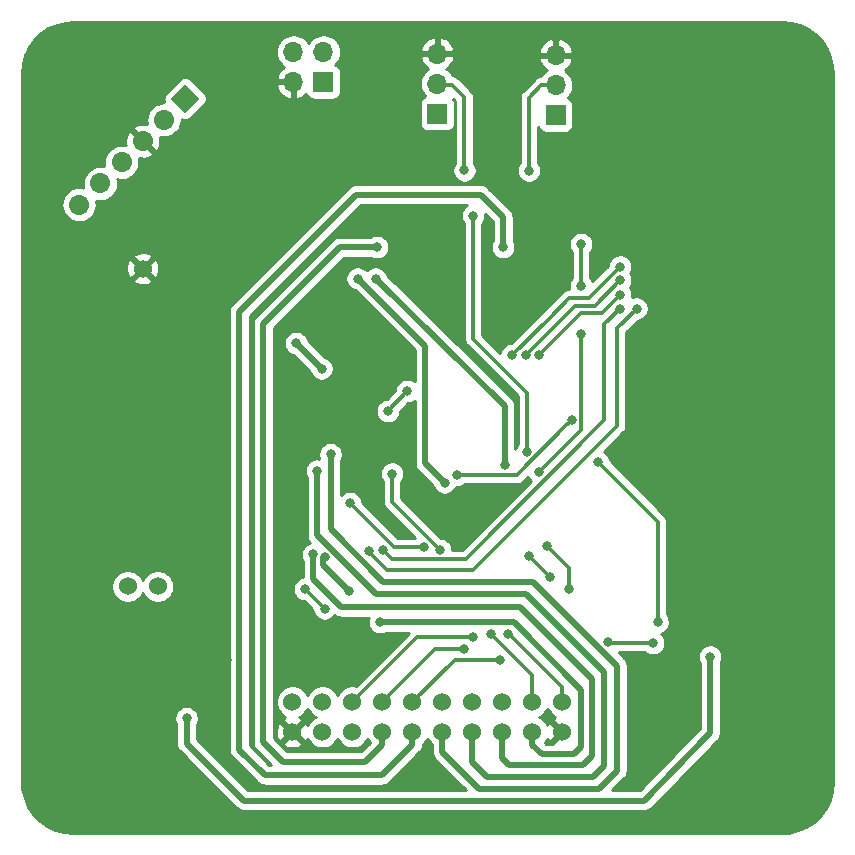
<source format=gbr>
%TF.GenerationSoftware,KiCad,Pcbnew,(5.1.4)-1*%
%TF.CreationDate,2020-10-28T09:08:47+02:00*%
%TF.ProjectId,Borta Dators,426f7274-6120-4446-9174-6f72732e6b69,rev?*%
%TF.SameCoordinates,Original*%
%TF.FileFunction,Copper,L2,Bot*%
%TF.FilePolarity,Positive*%
%FSLAX46Y46*%
G04 Gerber Fmt 4.6, Leading zero omitted, Abs format (unit mm)*
G04 Created by KiCad (PCBNEW (5.1.4)-1) date 2020-10-28 09:08:47*
%MOMM*%
%LPD*%
G04 APERTURE LIST*
%TA.AperFunction,ComponentPad*%
%ADD10C,1.524000*%
%TD*%
%TA.AperFunction,ComponentPad*%
%ADD11C,1.700000*%
%TD*%
%TA.AperFunction,Conductor*%
%ADD12C,0.100000*%
%TD*%
%TA.AperFunction,Conductor*%
%ADD13C,1.700000*%
%TD*%
%TA.AperFunction,ComponentPad*%
%ADD14O,1.700000X1.700000*%
%TD*%
%TA.AperFunction,ComponentPad*%
%ADD15R,1.700000X1.700000*%
%TD*%
%TA.AperFunction,ViaPad*%
%ADD16C,0.800000*%
%TD*%
%TA.AperFunction,Conductor*%
%ADD17C,0.500000*%
%TD*%
%TA.AperFunction,Conductor*%
%ADD18C,0.300000*%
%TD*%
%TA.AperFunction,Conductor*%
%ADD19C,0.254000*%
%TD*%
G04 APERTURE END LIST*
D10*
%TO.P,J3,1*%
%TO.N,GND*%
X103570000Y-110770000D03*
%TO.P,J3,20*%
%TO.N,/ADC6_FULL4_V*%
X103570000Y-108230000D03*
%TO.P,J3,19*%
%TO.N,/CS*%
X106110000Y-108230000D03*
%TO.P,J3,18*%
%TO.N,/CS_MUX_ADDR3*%
X108650000Y-108230000D03*
%TO.P,J3,17*%
%TO.N,/CS_MUX_ADDR2*%
X111190000Y-108230000D03*
%TO.P,J3,16*%
%TO.N,/CS_MUX_ADDR1*%
X113730000Y-108230000D03*
%TO.P,J3,15*%
%TO.N,/CLK*%
X116270000Y-108230000D03*
%TO.P,J3,14*%
%TO.N,/MOSI*%
X118810000Y-108230000D03*
%TO.P,J3,13*%
%TO.N,/MISO*%
X121350000Y-108230000D03*
%TO.P,J3,12*%
%TO.N,/RX*%
X123890000Y-108230000D03*
%TO.P,J3,11*%
%TO.N,/TX*%
X126430000Y-108230000D03*
%TO.P,J3,10*%
%TO.N,GND*%
X126430000Y-110770000D03*
%TO.P,J3,9*%
%TO.N,/ADC5_SEN_A*%
X123890000Y-110770000D03*
%TO.P,J3,8*%
%TO.N,/ADC4_COM_A*%
X121350000Y-110770000D03*
%TO.P,J3,7*%
%TO.N,/ADC1_FULL_A*%
X118810000Y-110770000D03*
%TO.P,J3,6*%
%TO.N,/ADC0_BAT_V*%
X116270000Y-110770000D03*
%TO.P,J3,5*%
%TO.N,/Kamera_on_2*%
X113730000Y-110770000D03*
%TO.P,J3,4*%
%TO.N,/Kamera_on_1*%
X111190000Y-110770000D03*
%TO.P,J3,3*%
%TO.N,VDD*%
X108650000Y-110770000D03*
%TO.P,J3,2*%
%TO.N,Net-(J3-Pad2)*%
X106110000Y-110770000D03*
%TD*%
%TO.P,BT1,2*%
%TO.N,GND*%
X90890000Y-71550000D03*
%TO.P,BT1,1*%
%TO.N,Net-(BT1-Pad1)*%
X89620000Y-98450000D03*
X92160000Y-98450000D03*
%TD*%
D11*
%TO.P,J1,1*%
%TO.N,VCC*%
X94488000Y-57150000D03*
D12*
%TD*%
%TO.N,VCC*%
%TO.C,J1*%
G36*
X93285918Y-57150000D02*
G01*
X94488000Y-55947918D01*
X95690082Y-57150000D01*
X94488000Y-58352082D01*
X93285918Y-57150000D01*
X93285918Y-57150000D01*
G37*
D11*
%TO.P,J1,2*%
%TO.N,/SWCLK*%
X92691949Y-58946051D03*
D13*
%TD*%
%TO.N,/SWCLK*%
%TO.C,J1*%
X92691949Y-58946051D02*
X92691949Y-58946051D01*
D11*
%TO.P,J1,3*%
%TO.N,GND*%
X90895898Y-60742102D03*
D13*
%TD*%
%TO.N,GND*%
%TO.C,J1*%
X90895898Y-60742102D02*
X90895898Y-60742102D01*
D11*
%TO.P,J1,4*%
%TO.N,/SWDIO*%
X89099846Y-62538154D03*
D13*
%TD*%
%TO.N,/SWDIO*%
%TO.C,J1*%
X89099846Y-62538154D02*
X89099846Y-62538154D01*
D11*
%TO.P,J1,5*%
%TO.N,/NRST*%
X87303795Y-64334205D03*
D13*
%TD*%
%TO.N,/NRST*%
%TO.C,J1*%
X87303795Y-64334205D02*
X87303795Y-64334205D01*
D11*
%TO.P,J1,6*%
%TO.N,Net-(J1-Pad6)*%
X85507744Y-66130256D03*
D13*
%TD*%
%TO.N,Net-(J1-Pad6)*%
%TO.C,J1*%
X85507744Y-66130256D02*
X85507744Y-66130256D01*
D14*
%TO.P,SW1,3*%
%TO.N,GND*%
X115824000Y-53340000D03*
%TO.P,SW1,2*%
%TO.N,Net-(SW1-Pad2)*%
X115824000Y-55880000D03*
D15*
%TO.P,SW1,1*%
%TO.N,VCC*%
X115824000Y-58420000D03*
%TD*%
%TO.P,SW2,1*%
%TO.N,VCC*%
X125857000Y-58547000D03*
D14*
%TO.P,SW2,2*%
%TO.N,Net-(SW2-Pad2)*%
X125857000Y-56007000D03*
%TO.P,SW2,3*%
%TO.N,GND*%
X125857000Y-53467000D03*
%TD*%
D15*
%TO.P,SW3,1*%
%TO.N,/NRST*%
X106180000Y-55740000D03*
D14*
%TO.P,SW3,2*%
%TO.N,GND*%
X103640000Y-55740000D03*
%TO.P,SW3,3*%
%TO.N,N/C*%
X106180000Y-53200000D03*
%TO.P,SW3,4*%
X103640000Y-53200000D03*
%TD*%
D16*
%TO.N,GND*%
X112369600Y-80264000D03*
X97917000Y-110540800D03*
X86588600Y-110363000D03*
X89636600Y-109550200D03*
X105156000Y-84328000D03*
X110236000Y-76200000D03*
X124968000Y-73660000D03*
X98069400Y-104673400D03*
X138887200Y-99517200D03*
X135001000Y-106883200D03*
X107569000Y-103708200D03*
X102997000Y-79273400D03*
X124968000Y-67056000D03*
X115062000Y-67056000D03*
%TO.N,/NRST*%
X103886000Y-77851000D03*
X106045000Y-80010000D03*
%TO.N,/SWCLK*%
X121539000Y-88138000D03*
X110617000Y-72390000D03*
%TO.N,/SWDIO*%
X116459000Y-89662000D03*
X109093000Y-72390000D03*
%TO.N,/MOSI*%
X134493000Y-101473000D03*
X129476500Y-87947500D03*
%TO.N,/CS*%
X134112000Y-103251000D03*
X130245710Y-103135628D03*
%TO.N,/ADC6_FULL4_V*%
X104648000Y-98679000D03*
X106299000Y-100330000D03*
%TO.N,/CS_MUX_ADDR3*%
X118872000Y-102743000D03*
X125095000Y-94996000D03*
X127000000Y-98679000D03*
%TO.N,/CS_MUX_ADDR2*%
X118110000Y-103759000D03*
X125349000Y-97663000D03*
X123571000Y-95885000D03*
%TO.N,/CS_MUX_ADDR1*%
X121158000Y-104648000D03*
%TO.N,/RX*%
X108423745Y-91405745D03*
X114681000Y-95123000D03*
X120396000Y-102489000D03*
%TO.N,/TX*%
X112014000Y-88900000D03*
X116078000Y-95389000D03*
X121793000Y-102489000D03*
%TO.N,/ADC5_SEN_A*%
X106299000Y-95944082D03*
X108331000Y-98806000D03*
X110998000Y-101473000D03*
%TO.N,/ADC4_COM_A*%
X105320210Y-95739206D03*
%TO.N,/ADC1_FULL_A*%
X105664000Y-88646000D03*
%TO.N,/ADC0_BAT_V*%
X106807000Y-87249000D03*
%TO.N,/Kamera_on_2*%
X121412000Y-69723000D03*
%TO.N,/Kamera_on_1*%
X110744000Y-69723000D03*
%TO.N,Net-(R4-Pad2)*%
X122174000Y-78867000D03*
X131318000Y-71374000D03*
%TO.N,Net-(R5-Pad2)*%
X123317000Y-78867000D03*
X131318000Y-72517000D03*
%TO.N,Net-(R6-Pad2)*%
X124460000Y-78867000D03*
X131318000Y-73787000D03*
%TO.N,Net-(R7-Pad2)*%
X131318000Y-74930000D03*
X111252000Y-95377000D03*
%TO.N,Net-(R8-Pad2)*%
X132715000Y-74930000D03*
X110067831Y-95462831D03*
%TO.N,Net-(R9-Pad2)*%
X111658400Y-83616800D03*
X113284000Y-81915000D03*
%TO.N,Net-(R10-Pad2)*%
X117475000Y-89027000D03*
X127266000Y-84328000D03*
%TO.N,Net-(SW1-Pad2)*%
X118135400Y-63220600D03*
%TO.N,Net-(SW2-Pad2)*%
X123596400Y-63246000D03*
%TO.N,/MCU_KAM_VAD_1*%
X118872000Y-67056000D03*
X123421669Y-87099669D03*
%TO.N,VCC*%
X94615000Y-109601000D03*
X138938000Y-104394000D03*
%TO.N,/MCU_KAM_VAD_2*%
X128016000Y-69469000D03*
X128016000Y-73025000D03*
X128016000Y-77089000D03*
X124460000Y-88773000D03*
%TD*%
D17*
%TO.N,/NRST*%
X103886000Y-77851000D02*
X106045000Y-80010000D01*
%TO.N,/SWCLK*%
X121539000Y-83185000D02*
X121539000Y-88138000D01*
X110617000Y-72390000D02*
X121539000Y-83185000D01*
%TO.N,/SWDIO*%
X114808000Y-78105000D02*
X114808000Y-88011000D01*
X114808000Y-88011000D02*
X116459000Y-89662000D01*
X109093000Y-72390000D02*
X114808000Y-78105000D01*
D18*
%TO.N,/MOSI*%
X134493000Y-92964000D02*
X129476500Y-87947500D01*
X134493000Y-101473000D02*
X134493000Y-92964000D01*
%TO.N,/CS*%
X134112000Y-103251000D02*
X130361082Y-103251000D01*
X130361082Y-103251000D02*
X130245710Y-103135628D01*
%TO.N,/ADC6_FULL4_V*%
X104648000Y-98679000D02*
X105047999Y-99078999D01*
X105047999Y-99078999D02*
X106299000Y-100330000D01*
%TO.N,/CS_MUX_ADDR3*%
X108650000Y-108230000D02*
X114137000Y-102743000D01*
X114137000Y-102743000D02*
X118872000Y-102743000D01*
X125603000Y-95504000D02*
X125095000Y-94996000D01*
X127000000Y-96901000D02*
X125095000Y-94996000D01*
X127000000Y-98679000D02*
X127000000Y-96901000D01*
%TO.N,/CS_MUX_ADDR2*%
X111190000Y-108230000D02*
X115661000Y-103759000D01*
X115661000Y-103759000D02*
X118110000Y-103759000D01*
X125349000Y-97663000D02*
X123571000Y-95885000D01*
%TO.N,/CS_MUX_ADDR1*%
X113730000Y-108230000D02*
X117312000Y-104648000D01*
X117312000Y-104648000D02*
X121158000Y-104648000D01*
%TO.N,/RX*%
X108423745Y-91405745D02*
X112141000Y-95123000D01*
X112141000Y-95123000D02*
X114681000Y-95123000D01*
X123890000Y-108230000D02*
X123890000Y-105983000D01*
X123890000Y-105983000D02*
X120396000Y-102489000D01*
%TO.N,/TX*%
X112014000Y-88900000D02*
X112014000Y-91325000D01*
X112014000Y-91325000D02*
X116078000Y-95389000D01*
X126430000Y-108230000D02*
X126430000Y-106999000D01*
X126430000Y-106999000D02*
X121920000Y-102489000D01*
X121920000Y-102489000D02*
X121793000Y-102489000D01*
D17*
%TO.N,/ADC5_SEN_A*%
X123890000Y-111847630D02*
X124691370Y-112649000D01*
X123890000Y-110770000D02*
X123890000Y-111847630D01*
X124691370Y-112649000D02*
X127381000Y-112649000D01*
X127381000Y-112649000D02*
X128016000Y-112014000D01*
X128016000Y-107188000D02*
X122301000Y-101473000D01*
X128016000Y-112014000D02*
X128016000Y-107188000D01*
X122301000Y-101473000D02*
X112268000Y-101473000D01*
X107950000Y-98425000D02*
X106172000Y-96647000D01*
X106172000Y-96647000D02*
X106172000Y-96071082D01*
X106172000Y-96071082D02*
X106299000Y-95944082D01*
X107950000Y-98425000D02*
X108331000Y-98806000D01*
X112268000Y-101473000D02*
X110998000Y-101473000D01*
%TO.N,/ADC4_COM_A*%
X122809000Y-100203000D02*
X107696000Y-100203000D01*
X128905000Y-106299000D02*
X122809000Y-100203000D01*
X128905000Y-112776000D02*
X128905000Y-106299000D01*
X121350000Y-110770000D02*
X121350000Y-112968000D01*
X121350000Y-112968000D02*
X121920000Y-113538000D01*
X128143000Y-113538000D02*
X128905000Y-112776000D01*
X121920000Y-113538000D02*
X128143000Y-113538000D01*
X105320210Y-95739206D02*
X105320210Y-97790000D01*
X107696000Y-100165790D02*
X105320210Y-97790000D01*
X107696000Y-100203000D02*
X107696000Y-100165790D01*
%TO.N,/ADC1_FULL_A*%
X123317000Y-99060000D02*
X110617000Y-99060000D01*
X129921000Y-105664000D02*
X123317000Y-99060000D01*
X118810000Y-113349000D02*
X120015000Y-114554000D01*
X118810000Y-110770000D02*
X118810000Y-113349000D01*
X110617000Y-99060000D02*
X105664000Y-94107000D01*
X120015000Y-114554000D02*
X129032000Y-114554000D01*
X129032000Y-114554000D02*
X129921000Y-113665000D01*
X105664000Y-94107000D02*
X105664000Y-88646000D01*
X129921000Y-113665000D02*
X129921000Y-105664000D01*
%TO.N,/ADC0_BAT_V*%
X111263998Y-98044000D02*
X106807000Y-93587002D01*
X123952000Y-98044000D02*
X111263998Y-98044000D01*
X106807000Y-93587002D02*
X106807000Y-87249000D01*
X131064000Y-105156000D02*
X123952000Y-98044000D01*
X116270000Y-112460000D02*
X119380000Y-115570000D01*
X116270000Y-110770000D02*
X116270000Y-112460000D01*
X131064000Y-114046000D02*
X131064000Y-105156000D01*
X119380000Y-115570000D02*
X129540000Y-115570000D01*
X129540000Y-115570000D02*
X131064000Y-114046000D01*
%TO.N,/Kamera_on_2*%
X121412000Y-67183000D02*
X121412000Y-69723000D01*
X119507000Y-65278000D02*
X121412000Y-67183000D01*
X108966000Y-65278000D02*
X119507000Y-65278000D01*
X113730000Y-111847630D02*
X111150630Y-114427000D01*
X101219000Y-114427000D02*
X99060000Y-112268000D01*
X113730000Y-110770000D02*
X113730000Y-111847630D01*
X99060000Y-75184000D02*
X108966000Y-65278000D01*
X111150630Y-114427000D02*
X101219000Y-114427000D01*
X99060000Y-112268000D02*
X99060000Y-75184000D01*
%TO.N,/Kamera_on_1*%
X111190000Y-111847630D02*
X109753630Y-113284000D01*
X111190000Y-110770000D02*
X111190000Y-111847630D01*
X109753630Y-113284000D02*
X102743000Y-113284000D01*
X102743000Y-113284000D02*
X101092000Y-111633000D01*
X101092000Y-111633000D02*
X101092000Y-76200000D01*
X101092000Y-76200000D02*
X107569000Y-69723000D01*
X107569000Y-69723000D02*
X110744000Y-69723000D01*
D18*
%TO.N,Net-(R4-Pad2)*%
X127000000Y-74041000D02*
X125349000Y-75692000D01*
X125349000Y-75692000D02*
X122174000Y-78867000D01*
X128143000Y-74041000D02*
X127000000Y-74041000D01*
X128143000Y-74041000D02*
X128524000Y-74041000D01*
X128524000Y-74041000D02*
X128651000Y-74041000D01*
X128651000Y-74041000D02*
X131318000Y-71374000D01*
%TO.N,Net-(R5-Pad2)*%
X131318000Y-72517000D02*
X129159000Y-74676000D01*
X129159000Y-74676000D02*
X127508000Y-74676000D01*
X127508000Y-74676000D02*
X123317000Y-78867000D01*
%TO.N,Net-(R6-Pad2)*%
X124460000Y-78867000D02*
X128016000Y-75311000D01*
X129413000Y-75311000D02*
X129794000Y-75311000D01*
X129794000Y-75311000D02*
X131318000Y-73787000D01*
X128016000Y-75311000D02*
X129413000Y-75311000D01*
%TO.N,Net-(R7-Pad2)*%
X129984500Y-76263500D02*
X131318000Y-74930000D01*
X129984500Y-84391500D02*
X129984500Y-76263500D01*
X129984500Y-84391500D02*
X118237000Y-96139000D01*
X112395000Y-96139000D02*
X118237000Y-96139000D01*
X112395000Y-96139000D02*
X112014000Y-96139000D01*
X112014000Y-96139000D02*
X111252000Y-95377000D01*
%TO.N,Net-(R8-Pad2)*%
X132715000Y-74930000D02*
X131064000Y-76581000D01*
X131064000Y-76581000D02*
X131064000Y-84836000D01*
X131064000Y-84836000D02*
X118872000Y-97028000D01*
X118872000Y-97028000D02*
X111538998Y-97028000D01*
X110131331Y-95620333D02*
X111538998Y-97028000D01*
%TO.N,Net-(R9-Pad2)*%
X111658400Y-83616800D02*
X113284000Y-81915000D01*
%TO.N,Net-(R10-Pad2)*%
X126854001Y-84727999D02*
X122555000Y-89027000D01*
X126866001Y-84727999D02*
X126854001Y-84727999D01*
X122555000Y-89027000D02*
X117475000Y-89027000D01*
X127266000Y-84328000D02*
X126866001Y-84727999D01*
%TO.N,Net-(SW1-Pad2)*%
X118135400Y-57040119D02*
X118135400Y-63220600D01*
X117068600Y-55956200D02*
X115866519Y-55956200D01*
X117068600Y-55956200D02*
X118127119Y-57014719D01*
%TO.N,Net-(SW2-Pad2)*%
X124654919Y-56007000D02*
X123596400Y-57065519D01*
X125857000Y-56007000D02*
X124654919Y-56007000D01*
X123596400Y-57065519D02*
X123596400Y-63246000D01*
%TO.N,/MCU_KAM_VAD_1*%
X123444000Y-82042000D02*
X118872000Y-77470000D01*
X118872000Y-77470000D02*
X118872000Y-67056000D01*
X123444000Y-82042000D02*
X123444000Y-87077338D01*
X123444000Y-87077338D02*
X123421669Y-87099669D01*
D17*
%TO.N,VCC*%
X94615000Y-109601000D02*
X94615000Y-111760000D01*
X94615000Y-111760000D02*
X99441000Y-116586000D01*
X99441000Y-116586000D02*
X133350000Y-116586000D01*
X133350000Y-116586000D02*
X138684000Y-111125000D01*
X138938000Y-110871000D02*
X138938000Y-104394000D01*
X138684000Y-111125000D02*
X138938000Y-110871000D01*
D18*
%TO.N,/MCU_KAM_VAD_2*%
X128016000Y-69469000D02*
X128016000Y-73025000D01*
X128016000Y-77089000D02*
X128016000Y-85090000D01*
X128016000Y-85217000D02*
X128016000Y-77089000D01*
X124460000Y-88773000D02*
X128016000Y-85217000D01*
%TD*%
D19*
%TO.N,GND*%
G36*
X145768083Y-50731173D02*
G01*
X146511891Y-50934656D01*
X147207905Y-51266638D01*
X147834130Y-51716626D01*
X148370777Y-52270403D01*
X148800871Y-52910451D01*
X149110829Y-53616553D01*
X149292065Y-54371457D01*
X149340000Y-55024207D01*
X149340001Y-114970597D01*
X149268827Y-115768083D01*
X149065344Y-116511890D01*
X148733363Y-117207904D01*
X148283374Y-117834130D01*
X147729597Y-118370777D01*
X147089549Y-118800871D01*
X146383447Y-119110829D01*
X145628543Y-119292065D01*
X144975793Y-119340000D01*
X85029392Y-119340000D01*
X84231917Y-119268827D01*
X83488110Y-119065344D01*
X82792096Y-118733363D01*
X82165870Y-118283374D01*
X81629223Y-117729597D01*
X81199129Y-117089549D01*
X80889171Y-116383447D01*
X80707935Y-115628543D01*
X80660000Y-114975793D01*
X80660000Y-109499061D01*
X93580000Y-109499061D01*
X93580000Y-109702939D01*
X93619774Y-109902898D01*
X93697795Y-110091256D01*
X93730000Y-110139455D01*
X93730001Y-111716521D01*
X93725719Y-111760000D01*
X93742805Y-111933490D01*
X93793412Y-112100313D01*
X93875590Y-112254059D01*
X93958468Y-112355046D01*
X93958471Y-112355049D01*
X93986184Y-112388817D01*
X94019952Y-112416530D01*
X98784470Y-117181049D01*
X98812183Y-117214817D01*
X98845951Y-117242530D01*
X98845953Y-117242532D01*
X98946941Y-117325411D01*
X99100686Y-117407589D01*
X99229814Y-117446760D01*
X99267510Y-117458195D01*
X99397523Y-117471000D01*
X99397531Y-117471000D01*
X99441000Y-117475281D01*
X99484469Y-117471000D01*
X133311754Y-117471000D01*
X133360461Y-117475219D01*
X133441824Y-117466238D01*
X133523490Y-117458195D01*
X133528521Y-117456669D01*
X133533738Y-117456093D01*
X133611830Y-117431397D01*
X133690313Y-117407589D01*
X133694949Y-117405111D01*
X133699955Y-117403528D01*
X133771729Y-117364072D01*
X133844059Y-117325411D01*
X133848123Y-117322076D01*
X133852723Y-117319547D01*
X133915414Y-117266851D01*
X133978817Y-117214817D01*
X134009848Y-117177006D01*
X139313550Y-111747028D01*
X139533045Y-111527533D01*
X139566817Y-111499817D01*
X139677411Y-111365059D01*
X139759589Y-111211313D01*
X139810195Y-111044490D01*
X139823000Y-110914477D01*
X139823000Y-110914467D01*
X139827281Y-110871001D01*
X139823000Y-110827535D01*
X139823000Y-104932454D01*
X139855205Y-104884256D01*
X139933226Y-104695898D01*
X139973000Y-104495939D01*
X139973000Y-104292061D01*
X139933226Y-104092102D01*
X139855205Y-103903744D01*
X139741937Y-103734226D01*
X139597774Y-103590063D01*
X139428256Y-103476795D01*
X139239898Y-103398774D01*
X139039939Y-103359000D01*
X138836061Y-103359000D01*
X138636102Y-103398774D01*
X138447744Y-103476795D01*
X138278226Y-103590063D01*
X138134063Y-103734226D01*
X138020795Y-103903744D01*
X137942774Y-104092102D01*
X137903000Y-104292061D01*
X137903000Y-104495939D01*
X137942774Y-104695898D01*
X138020795Y-104884256D01*
X138053001Y-104932456D01*
X138053000Y-110504422D01*
X138027468Y-110529954D01*
X138024160Y-110533985D01*
X132977307Y-115701000D01*
X130660578Y-115701000D01*
X131659050Y-114702529D01*
X131692817Y-114674817D01*
X131720950Y-114640538D01*
X131791971Y-114553999D01*
X131803411Y-114540059D01*
X131885589Y-114386313D01*
X131936195Y-114219490D01*
X131949000Y-114089477D01*
X131949000Y-114089467D01*
X131953281Y-114046001D01*
X131949000Y-114002535D01*
X131949000Y-105199469D01*
X131953281Y-105156000D01*
X131949000Y-105112531D01*
X131949000Y-105112523D01*
X131936195Y-104982510D01*
X131885589Y-104815687D01*
X131803411Y-104661941D01*
X131692817Y-104527183D01*
X131659049Y-104499470D01*
X131195579Y-104036000D01*
X133433289Y-104036000D01*
X133452226Y-104054937D01*
X133621744Y-104168205D01*
X133810102Y-104246226D01*
X134010061Y-104286000D01*
X134213939Y-104286000D01*
X134413898Y-104246226D01*
X134602256Y-104168205D01*
X134771774Y-104054937D01*
X134915937Y-103910774D01*
X135029205Y-103741256D01*
X135107226Y-103552898D01*
X135147000Y-103352939D01*
X135147000Y-103149061D01*
X135107226Y-102949102D01*
X135029205Y-102760744D01*
X134915937Y-102591226D01*
X134793262Y-102468551D01*
X134794898Y-102468226D01*
X134983256Y-102390205D01*
X135152774Y-102276937D01*
X135296937Y-102132774D01*
X135410205Y-101963256D01*
X135488226Y-101774898D01*
X135528000Y-101574939D01*
X135528000Y-101371061D01*
X135488226Y-101171102D01*
X135410205Y-100982744D01*
X135296937Y-100813226D01*
X135278000Y-100794289D01*
X135278000Y-93002552D01*
X135281797Y-92963999D01*
X135278000Y-92925446D01*
X135278000Y-92925439D01*
X135266641Y-92810113D01*
X135221754Y-92662140D01*
X135148862Y-92525767D01*
X135099450Y-92465559D01*
X135075345Y-92436187D01*
X135075342Y-92436184D01*
X135050764Y-92406236D01*
X135020816Y-92381658D01*
X130511500Y-87872343D01*
X130511500Y-87845561D01*
X130471726Y-87645602D01*
X130393705Y-87457244D01*
X130280437Y-87287726D01*
X130136274Y-87143563D01*
X129974612Y-87035545D01*
X131591810Y-85418347D01*
X131621764Y-85393764D01*
X131719862Y-85274233D01*
X131792754Y-85137860D01*
X131815428Y-85063114D01*
X131837642Y-84989887D01*
X131845020Y-84914974D01*
X131849000Y-84874561D01*
X131849000Y-84874556D01*
X131852797Y-84836000D01*
X131849000Y-84797444D01*
X131849000Y-76906157D01*
X132790157Y-75965000D01*
X132816939Y-75965000D01*
X133016898Y-75925226D01*
X133205256Y-75847205D01*
X133374774Y-75733937D01*
X133518937Y-75589774D01*
X133632205Y-75420256D01*
X133710226Y-75231898D01*
X133750000Y-75031939D01*
X133750000Y-74828061D01*
X133710226Y-74628102D01*
X133632205Y-74439744D01*
X133518937Y-74270226D01*
X133374774Y-74126063D01*
X133205256Y-74012795D01*
X133016898Y-73934774D01*
X132816939Y-73895000D01*
X132613061Y-73895000D01*
X132413102Y-73934774D01*
X132337668Y-73966020D01*
X132353000Y-73888939D01*
X132353000Y-73685061D01*
X132313226Y-73485102D01*
X132235205Y-73296744D01*
X132138490Y-73152000D01*
X132235205Y-73007256D01*
X132313226Y-72818898D01*
X132353000Y-72618939D01*
X132353000Y-72415061D01*
X132313226Y-72215102D01*
X132235205Y-72026744D01*
X132180920Y-71945500D01*
X132235205Y-71864256D01*
X132313226Y-71675898D01*
X132353000Y-71475939D01*
X132353000Y-71272061D01*
X132313226Y-71072102D01*
X132235205Y-70883744D01*
X132121937Y-70714226D01*
X131977774Y-70570063D01*
X131808256Y-70456795D01*
X131619898Y-70378774D01*
X131419939Y-70339000D01*
X131216061Y-70339000D01*
X131016102Y-70378774D01*
X130827744Y-70456795D01*
X130658226Y-70570063D01*
X130514063Y-70714226D01*
X130400795Y-70883744D01*
X130322774Y-71072102D01*
X130283000Y-71272061D01*
X130283000Y-71298843D01*
X128966564Y-72615279D01*
X128933205Y-72534744D01*
X128819937Y-72365226D01*
X128801000Y-72346289D01*
X128801000Y-70147711D01*
X128819937Y-70128774D01*
X128933205Y-69959256D01*
X129011226Y-69770898D01*
X129051000Y-69570939D01*
X129051000Y-69367061D01*
X129011226Y-69167102D01*
X128933205Y-68978744D01*
X128819937Y-68809226D01*
X128675774Y-68665063D01*
X128506256Y-68551795D01*
X128317898Y-68473774D01*
X128117939Y-68434000D01*
X127914061Y-68434000D01*
X127714102Y-68473774D01*
X127525744Y-68551795D01*
X127356226Y-68665063D01*
X127212063Y-68809226D01*
X127098795Y-68978744D01*
X127020774Y-69167102D01*
X126981000Y-69367061D01*
X126981000Y-69570939D01*
X127020774Y-69770898D01*
X127098795Y-69959256D01*
X127212063Y-70128774D01*
X127231000Y-70147711D01*
X127231001Y-72346288D01*
X127212063Y-72365226D01*
X127098795Y-72534744D01*
X127020774Y-72723102D01*
X126981000Y-72923061D01*
X126981000Y-73126939D01*
X127006035Y-73252797D01*
X127000000Y-73252203D01*
X126961444Y-73256000D01*
X126961439Y-73256000D01*
X126921026Y-73259980D01*
X126846113Y-73267358D01*
X126714758Y-73307205D01*
X126698140Y-73312246D01*
X126561767Y-73385138D01*
X126442236Y-73483236D01*
X126417655Y-73513188D01*
X124821193Y-75109650D01*
X124821187Y-75109655D01*
X122098843Y-77832000D01*
X122072061Y-77832000D01*
X121872102Y-77871774D01*
X121683744Y-77949795D01*
X121514226Y-78063063D01*
X121370063Y-78207226D01*
X121256795Y-78376744D01*
X121178774Y-78565102D01*
X121161932Y-78649774D01*
X119657000Y-77144843D01*
X119657000Y-67734711D01*
X119675937Y-67715774D01*
X119789205Y-67546256D01*
X119867226Y-67357898D01*
X119907000Y-67157939D01*
X119907000Y-66954061D01*
X119900921Y-66923500D01*
X120527000Y-67549579D01*
X120527001Y-69184545D01*
X120494795Y-69232744D01*
X120416774Y-69421102D01*
X120377000Y-69621061D01*
X120377000Y-69824939D01*
X120416774Y-70024898D01*
X120494795Y-70213256D01*
X120608063Y-70382774D01*
X120752226Y-70526937D01*
X120921744Y-70640205D01*
X121110102Y-70718226D01*
X121310061Y-70758000D01*
X121513939Y-70758000D01*
X121713898Y-70718226D01*
X121902256Y-70640205D01*
X122071774Y-70526937D01*
X122215937Y-70382774D01*
X122329205Y-70213256D01*
X122407226Y-70024898D01*
X122447000Y-69824939D01*
X122447000Y-69621061D01*
X122407226Y-69421102D01*
X122329205Y-69232744D01*
X122297000Y-69184546D01*
X122297000Y-67226469D01*
X122301281Y-67183000D01*
X122297000Y-67139531D01*
X122297000Y-67139523D01*
X122284195Y-67009510D01*
X122233589Y-66842687D01*
X122151411Y-66688941D01*
X122068532Y-66587953D01*
X122068530Y-66587951D01*
X122040817Y-66554183D01*
X122007050Y-66526471D01*
X120163534Y-64682956D01*
X120135817Y-64649183D01*
X120001059Y-64538589D01*
X119847313Y-64456411D01*
X119680490Y-64405805D01*
X119550477Y-64393000D01*
X119550469Y-64393000D01*
X119507000Y-64388719D01*
X119463531Y-64393000D01*
X109009469Y-64393000D01*
X108966000Y-64388719D01*
X108922531Y-64393000D01*
X108922523Y-64393000D01*
X108792510Y-64405805D01*
X108625686Y-64456411D01*
X108471941Y-64538589D01*
X108370953Y-64621468D01*
X108370951Y-64621470D01*
X108337183Y-64649183D01*
X108309470Y-64682951D01*
X98464952Y-74527470D01*
X98431184Y-74555183D01*
X98403471Y-74588951D01*
X98403468Y-74588954D01*
X98320590Y-74689941D01*
X98238412Y-74843687D01*
X98187805Y-75010510D01*
X98170719Y-75184000D01*
X98175001Y-75227479D01*
X98175000Y-112224531D01*
X98170719Y-112268000D01*
X98175000Y-112311468D01*
X98175000Y-112311476D01*
X98186212Y-112425314D01*
X98187805Y-112441490D01*
X98198518Y-112476805D01*
X98238411Y-112608312D01*
X98320589Y-112762058D01*
X98431183Y-112896817D01*
X98464956Y-112924534D01*
X100562470Y-115022049D01*
X100590183Y-115055817D01*
X100623951Y-115083530D01*
X100623953Y-115083532D01*
X100679821Y-115129382D01*
X100724941Y-115166411D01*
X100878687Y-115248589D01*
X101045510Y-115299195D01*
X101175523Y-115312000D01*
X101175533Y-115312000D01*
X101218999Y-115316281D01*
X101262466Y-115312000D01*
X111107161Y-115312000D01*
X111150630Y-115316281D01*
X111194099Y-115312000D01*
X111194107Y-115312000D01*
X111324120Y-115299195D01*
X111490943Y-115248589D01*
X111644689Y-115166411D01*
X111779447Y-115055817D01*
X111807164Y-115022044D01*
X114325049Y-112504160D01*
X114358817Y-112476447D01*
X114386533Y-112442676D01*
X114469410Y-112341690D01*
X114485564Y-112311468D01*
X114551589Y-112187943D01*
X114602195Y-112021120D01*
X114615000Y-111891107D01*
X114615000Y-111891097D01*
X114618403Y-111856544D01*
X114620535Y-111855120D01*
X114815120Y-111660535D01*
X114968005Y-111431727D01*
X115000000Y-111354485D01*
X115031995Y-111431727D01*
X115184880Y-111660535D01*
X115379465Y-111855120D01*
X115385001Y-111858819D01*
X115385001Y-112416521D01*
X115380719Y-112460000D01*
X115397805Y-112633490D01*
X115448412Y-112800313D01*
X115530590Y-112954059D01*
X115613468Y-113055046D01*
X115613471Y-113055049D01*
X115641184Y-113088817D01*
X115674951Y-113116529D01*
X118259421Y-115701000D01*
X99807579Y-115701000D01*
X95500000Y-111393422D01*
X95500000Y-110139454D01*
X95532205Y-110091256D01*
X95610226Y-109902898D01*
X95650000Y-109702939D01*
X95650000Y-109499061D01*
X95610226Y-109299102D01*
X95532205Y-109110744D01*
X95418937Y-108941226D01*
X95274774Y-108797063D01*
X95105256Y-108683795D01*
X94916898Y-108605774D01*
X94716939Y-108566000D01*
X94513061Y-108566000D01*
X94313102Y-108605774D01*
X94124744Y-108683795D01*
X93955226Y-108797063D01*
X93811063Y-108941226D01*
X93697795Y-109110744D01*
X93619774Y-109299102D01*
X93580000Y-109499061D01*
X80660000Y-109499061D01*
X80660000Y-98312408D01*
X88223000Y-98312408D01*
X88223000Y-98587592D01*
X88276686Y-98857490D01*
X88381995Y-99111727D01*
X88534880Y-99340535D01*
X88729465Y-99535120D01*
X88958273Y-99688005D01*
X89212510Y-99793314D01*
X89482408Y-99847000D01*
X89757592Y-99847000D01*
X90027490Y-99793314D01*
X90281727Y-99688005D01*
X90510535Y-99535120D01*
X90705120Y-99340535D01*
X90858005Y-99111727D01*
X90890000Y-99034485D01*
X90921995Y-99111727D01*
X91074880Y-99340535D01*
X91269465Y-99535120D01*
X91498273Y-99688005D01*
X91752510Y-99793314D01*
X92022408Y-99847000D01*
X92297592Y-99847000D01*
X92567490Y-99793314D01*
X92821727Y-99688005D01*
X93050535Y-99535120D01*
X93245120Y-99340535D01*
X93398005Y-99111727D01*
X93503314Y-98857490D01*
X93557000Y-98587592D01*
X93557000Y-98312408D01*
X93503314Y-98042510D01*
X93398005Y-97788273D01*
X93245120Y-97559465D01*
X93050535Y-97364880D01*
X92821727Y-97211995D01*
X92567490Y-97106686D01*
X92297592Y-97053000D01*
X92022408Y-97053000D01*
X91752510Y-97106686D01*
X91498273Y-97211995D01*
X91269465Y-97364880D01*
X91074880Y-97559465D01*
X90921995Y-97788273D01*
X90890000Y-97865515D01*
X90858005Y-97788273D01*
X90705120Y-97559465D01*
X90510535Y-97364880D01*
X90281727Y-97211995D01*
X90027490Y-97106686D01*
X89757592Y-97053000D01*
X89482408Y-97053000D01*
X89212510Y-97106686D01*
X88958273Y-97211995D01*
X88729465Y-97364880D01*
X88534880Y-97559465D01*
X88381995Y-97788273D01*
X88276686Y-98042510D01*
X88223000Y-98312408D01*
X80660000Y-98312408D01*
X80660000Y-72515565D01*
X90104040Y-72515565D01*
X90171020Y-72755656D01*
X90420048Y-72872756D01*
X90687135Y-72939023D01*
X90962017Y-72951910D01*
X91234133Y-72910922D01*
X91493023Y-72817636D01*
X91608980Y-72755656D01*
X91675960Y-72515565D01*
X90890000Y-71729605D01*
X90104040Y-72515565D01*
X80660000Y-72515565D01*
X80660000Y-71622017D01*
X89488090Y-71622017D01*
X89529078Y-71894133D01*
X89622364Y-72153023D01*
X89684344Y-72268980D01*
X89924435Y-72335960D01*
X90710395Y-71550000D01*
X91069605Y-71550000D01*
X91855565Y-72335960D01*
X92095656Y-72268980D01*
X92212756Y-72019952D01*
X92279023Y-71752865D01*
X92291910Y-71477983D01*
X92250922Y-71205867D01*
X92157636Y-70946977D01*
X92095656Y-70831020D01*
X91855565Y-70764040D01*
X91069605Y-71550000D01*
X90710395Y-71550000D01*
X89924435Y-70764040D01*
X89684344Y-70831020D01*
X89567244Y-71080048D01*
X89500977Y-71347135D01*
X89488090Y-71622017D01*
X80660000Y-71622017D01*
X80660000Y-70584435D01*
X90104040Y-70584435D01*
X90890000Y-71370395D01*
X91675960Y-70584435D01*
X91608980Y-70344344D01*
X91359952Y-70227244D01*
X91092865Y-70160977D01*
X90817983Y-70148090D01*
X90545867Y-70189078D01*
X90286977Y-70282364D01*
X90171020Y-70344344D01*
X90104040Y-70584435D01*
X80660000Y-70584435D01*
X80660000Y-66130256D01*
X84015559Y-66130256D01*
X84044231Y-66421367D01*
X84129145Y-66701290D01*
X84267038Y-66959270D01*
X84452610Y-67185390D01*
X84678730Y-67370962D01*
X84936710Y-67508855D01*
X85216633Y-67593769D01*
X85434794Y-67615256D01*
X85580694Y-67615256D01*
X85798855Y-67593769D01*
X86078778Y-67508855D01*
X86336758Y-67370962D01*
X86562878Y-67185390D01*
X86748450Y-66959270D01*
X86886343Y-66701290D01*
X86971257Y-66421367D01*
X86999929Y-66130256D01*
X86971257Y-65839145D01*
X86953218Y-65779679D01*
X87012684Y-65797718D01*
X87230845Y-65819205D01*
X87376745Y-65819205D01*
X87594906Y-65797718D01*
X87874829Y-65712804D01*
X88132809Y-65574911D01*
X88358929Y-65389339D01*
X88544501Y-65163219D01*
X88682394Y-64905239D01*
X88767308Y-64625316D01*
X88795980Y-64334205D01*
X88767308Y-64043094D01*
X88749269Y-63983628D01*
X88808735Y-64001667D01*
X89026896Y-64023154D01*
X89172796Y-64023154D01*
X89390957Y-64001667D01*
X89670880Y-63916753D01*
X89928860Y-63778860D01*
X90154980Y-63593288D01*
X90340552Y-63367168D01*
X90478445Y-63109188D01*
X90563359Y-62829265D01*
X90592031Y-62538154D01*
X90563359Y-62247043D01*
X90542117Y-62177017D01*
X90673992Y-62210433D01*
X90964713Y-62225511D01*
X91252790Y-62183582D01*
X91527151Y-62086258D01*
X91662816Y-62013739D01*
X91739586Y-61765395D01*
X90895898Y-60921707D01*
X90881756Y-60935850D01*
X90702151Y-60756245D01*
X90716293Y-60742102D01*
X89872605Y-59898414D01*
X89624261Y-59975184D01*
X89551742Y-60110849D01*
X89454418Y-60385210D01*
X89412489Y-60673287D01*
X89427567Y-60964008D01*
X89460983Y-61095883D01*
X89390957Y-61074641D01*
X89172796Y-61053154D01*
X89026896Y-61053154D01*
X88808735Y-61074641D01*
X88528812Y-61159555D01*
X88270832Y-61297448D01*
X88044712Y-61483020D01*
X87859140Y-61709140D01*
X87721247Y-61967120D01*
X87636333Y-62247043D01*
X87607661Y-62538154D01*
X87636333Y-62829265D01*
X87654372Y-62888731D01*
X87594906Y-62870692D01*
X87376745Y-62849205D01*
X87230845Y-62849205D01*
X87012684Y-62870692D01*
X86732761Y-62955606D01*
X86474781Y-63093499D01*
X86248661Y-63279071D01*
X86063089Y-63505191D01*
X85925196Y-63763171D01*
X85840282Y-64043094D01*
X85811610Y-64334205D01*
X85840282Y-64625316D01*
X85858321Y-64684782D01*
X85798855Y-64666743D01*
X85580694Y-64645256D01*
X85434794Y-64645256D01*
X85216633Y-64666743D01*
X84936710Y-64751657D01*
X84678730Y-64889550D01*
X84452610Y-65075122D01*
X84267038Y-65301242D01*
X84129145Y-65559222D01*
X84044231Y-65839145D01*
X84015559Y-66130256D01*
X80660000Y-66130256D01*
X80660000Y-59718809D01*
X90052210Y-59718809D01*
X90895898Y-60562497D01*
X90910041Y-60548355D01*
X91089646Y-60727960D01*
X91075503Y-60742102D01*
X91919191Y-61585790D01*
X92167535Y-61509020D01*
X92240054Y-61373355D01*
X92337378Y-61098994D01*
X92379307Y-60810917D01*
X92364229Y-60520196D01*
X92330813Y-60388322D01*
X92400838Y-60409564D01*
X92618999Y-60431051D01*
X92764899Y-60431051D01*
X92983060Y-60409564D01*
X93262983Y-60324650D01*
X93520963Y-60186757D01*
X93747083Y-60001185D01*
X93932655Y-59775065D01*
X94070548Y-59517085D01*
X94155462Y-59237162D01*
X94184134Y-58946051D01*
X94180353Y-58907660D01*
X94243820Y-58941584D01*
X94363518Y-58977894D01*
X94488000Y-58990154D01*
X94612482Y-58977894D01*
X94732180Y-58941584D01*
X94842494Y-58882619D01*
X94939185Y-58803267D01*
X96141267Y-57601185D01*
X96220619Y-57504494D01*
X96279584Y-57394180D01*
X96315894Y-57274482D01*
X96328154Y-57150000D01*
X96315894Y-57025518D01*
X96279584Y-56905820D01*
X96220619Y-56795506D01*
X96141267Y-56698815D01*
X95539342Y-56096890D01*
X102198524Y-56096890D01*
X102243175Y-56244099D01*
X102368359Y-56506920D01*
X102542412Y-56740269D01*
X102758645Y-56935178D01*
X103008748Y-57084157D01*
X103283109Y-57181481D01*
X103513000Y-57060814D01*
X103513000Y-55867000D01*
X102319845Y-55867000D01*
X102198524Y-56096890D01*
X95539342Y-56096890D01*
X94939185Y-55496733D01*
X94842494Y-55417381D01*
X94732180Y-55358416D01*
X94612482Y-55322106D01*
X94488000Y-55309846D01*
X94363518Y-55322106D01*
X94243820Y-55358416D01*
X94133506Y-55417381D01*
X94036815Y-55496733D01*
X92834733Y-56698815D01*
X92755381Y-56795506D01*
X92696416Y-56905820D01*
X92660106Y-57025518D01*
X92647846Y-57150000D01*
X92660106Y-57274482D01*
X92696416Y-57394180D01*
X92732160Y-57461051D01*
X92618999Y-57461051D01*
X92400838Y-57482538D01*
X92120915Y-57567452D01*
X91862935Y-57705345D01*
X91636815Y-57890917D01*
X91451243Y-58117037D01*
X91313350Y-58375017D01*
X91228436Y-58654940D01*
X91199764Y-58946051D01*
X91228436Y-59237162D01*
X91249678Y-59307187D01*
X91117804Y-59273771D01*
X90827083Y-59258693D01*
X90539006Y-59300622D01*
X90264645Y-59397946D01*
X90128980Y-59470465D01*
X90052210Y-59718809D01*
X80660000Y-59718809D01*
X80660000Y-55029392D01*
X80731173Y-54231917D01*
X80934656Y-53488109D01*
X81072077Y-53200000D01*
X102147815Y-53200000D01*
X102176487Y-53491111D01*
X102261401Y-53771034D01*
X102399294Y-54029014D01*
X102584866Y-54255134D01*
X102810986Y-54440706D01*
X102875523Y-54475201D01*
X102758645Y-54544822D01*
X102542412Y-54739731D01*
X102368359Y-54973080D01*
X102243175Y-55235901D01*
X102198524Y-55383110D01*
X102319845Y-55613000D01*
X103513000Y-55613000D01*
X103513000Y-55593000D01*
X103767000Y-55593000D01*
X103767000Y-55613000D01*
X103787000Y-55613000D01*
X103787000Y-55867000D01*
X103767000Y-55867000D01*
X103767000Y-57060814D01*
X103996891Y-57181481D01*
X104271252Y-57084157D01*
X104521355Y-56935178D01*
X104717502Y-56758374D01*
X104740498Y-56834180D01*
X104799463Y-56944494D01*
X104878815Y-57041185D01*
X104975506Y-57120537D01*
X105085820Y-57179502D01*
X105205518Y-57215812D01*
X105330000Y-57228072D01*
X107030000Y-57228072D01*
X107154482Y-57215812D01*
X107274180Y-57179502D01*
X107384494Y-57120537D01*
X107481185Y-57041185D01*
X107560537Y-56944494D01*
X107619502Y-56834180D01*
X107655812Y-56714482D01*
X107668072Y-56590000D01*
X107668072Y-55880000D01*
X114331815Y-55880000D01*
X114360487Y-56171111D01*
X114445401Y-56451034D01*
X114583294Y-56709014D01*
X114768866Y-56935134D01*
X114798687Y-56959607D01*
X114729820Y-56980498D01*
X114619506Y-57039463D01*
X114522815Y-57118815D01*
X114443463Y-57215506D01*
X114384498Y-57325820D01*
X114348188Y-57445518D01*
X114335928Y-57570000D01*
X114335928Y-59270000D01*
X114348188Y-59394482D01*
X114384498Y-59514180D01*
X114443463Y-59624494D01*
X114522815Y-59721185D01*
X114619506Y-59800537D01*
X114729820Y-59859502D01*
X114849518Y-59895812D01*
X114974000Y-59908072D01*
X116674000Y-59908072D01*
X116798482Y-59895812D01*
X116918180Y-59859502D01*
X117028494Y-59800537D01*
X117125185Y-59721185D01*
X117204537Y-59624494D01*
X117263502Y-59514180D01*
X117299812Y-59394482D01*
X117312072Y-59270000D01*
X117312072Y-57570000D01*
X117299812Y-57445518D01*
X117263502Y-57325820D01*
X117204537Y-57215506D01*
X117144075Y-57141833D01*
X117350400Y-57348158D01*
X117350401Y-62541888D01*
X117331463Y-62560826D01*
X117218195Y-62730344D01*
X117140174Y-62918702D01*
X117100400Y-63118661D01*
X117100400Y-63322539D01*
X117140174Y-63522498D01*
X117218195Y-63710856D01*
X117331463Y-63880374D01*
X117475626Y-64024537D01*
X117645144Y-64137805D01*
X117833502Y-64215826D01*
X118033461Y-64255600D01*
X118237339Y-64255600D01*
X118437298Y-64215826D01*
X118625656Y-64137805D01*
X118795174Y-64024537D01*
X118939337Y-63880374D01*
X119052605Y-63710856D01*
X119130626Y-63522498D01*
X119170400Y-63322539D01*
X119170400Y-63144061D01*
X122561400Y-63144061D01*
X122561400Y-63347939D01*
X122601174Y-63547898D01*
X122679195Y-63736256D01*
X122792463Y-63905774D01*
X122936626Y-64049937D01*
X123106144Y-64163205D01*
X123294502Y-64241226D01*
X123494461Y-64281000D01*
X123698339Y-64281000D01*
X123898298Y-64241226D01*
X124086656Y-64163205D01*
X124256174Y-64049937D01*
X124400337Y-63905774D01*
X124513605Y-63736256D01*
X124591626Y-63547898D01*
X124631400Y-63347939D01*
X124631400Y-63144061D01*
X124591626Y-62944102D01*
X124513605Y-62755744D01*
X124400337Y-62586226D01*
X124381400Y-62567289D01*
X124381400Y-59522181D01*
X124417498Y-59641180D01*
X124476463Y-59751494D01*
X124555815Y-59848185D01*
X124652506Y-59927537D01*
X124762820Y-59986502D01*
X124882518Y-60022812D01*
X125007000Y-60035072D01*
X126707000Y-60035072D01*
X126831482Y-60022812D01*
X126951180Y-59986502D01*
X127061494Y-59927537D01*
X127158185Y-59848185D01*
X127237537Y-59751494D01*
X127296502Y-59641180D01*
X127332812Y-59521482D01*
X127345072Y-59397000D01*
X127345072Y-57697000D01*
X127332812Y-57572518D01*
X127296502Y-57452820D01*
X127237537Y-57342506D01*
X127158185Y-57245815D01*
X127061494Y-57166463D01*
X126951180Y-57107498D01*
X126882313Y-57086607D01*
X126912134Y-57062134D01*
X127097706Y-56836014D01*
X127235599Y-56578034D01*
X127320513Y-56298111D01*
X127349185Y-56007000D01*
X127320513Y-55715889D01*
X127235599Y-55435966D01*
X127097706Y-55177986D01*
X126912134Y-54951866D01*
X126686014Y-54766294D01*
X126621477Y-54731799D01*
X126738355Y-54662178D01*
X126954588Y-54467269D01*
X127128641Y-54233920D01*
X127253825Y-53971099D01*
X127298476Y-53823890D01*
X127177155Y-53594000D01*
X125984000Y-53594000D01*
X125984000Y-53614000D01*
X125730000Y-53614000D01*
X125730000Y-53594000D01*
X124536845Y-53594000D01*
X124415524Y-53823890D01*
X124460175Y-53971099D01*
X124585359Y-54233920D01*
X124759412Y-54467269D01*
X124975645Y-54662178D01*
X125092523Y-54731799D01*
X125027986Y-54766294D01*
X124801866Y-54951866D01*
X124616294Y-55177986D01*
X124591457Y-55224453D01*
X124575945Y-55225980D01*
X124501032Y-55233358D01*
X124364597Y-55274746D01*
X124353059Y-55278246D01*
X124216686Y-55351138D01*
X124159054Y-55398436D01*
X124127106Y-55424655D01*
X124127103Y-55424658D01*
X124097155Y-55449236D01*
X124072576Y-55479185D01*
X123068590Y-56483172D01*
X123038636Y-56507755D01*
X122940538Y-56627287D01*
X122867646Y-56763660D01*
X122822759Y-56911633D01*
X122811400Y-57026959D01*
X122811400Y-57026966D01*
X122807603Y-57065519D01*
X122811400Y-57104072D01*
X122811401Y-62567288D01*
X122792463Y-62586226D01*
X122679195Y-62755744D01*
X122601174Y-62944102D01*
X122561400Y-63144061D01*
X119170400Y-63144061D01*
X119170400Y-63118661D01*
X119130626Y-62918702D01*
X119052605Y-62730344D01*
X118939337Y-62560826D01*
X118920400Y-62541889D01*
X118920400Y-57001558D01*
X118909041Y-56886232D01*
X118864154Y-56738259D01*
X118862822Y-56735768D01*
X118855873Y-56712859D01*
X118782980Y-56576486D01*
X118709464Y-56486906D01*
X117650947Y-55428390D01*
X117626364Y-55398436D01*
X117506833Y-55300338D01*
X117370460Y-55227446D01*
X117222487Y-55182559D01*
X117130173Y-55173467D01*
X117064706Y-55050986D01*
X116879134Y-54824866D01*
X116653014Y-54639294D01*
X116588477Y-54604799D01*
X116705355Y-54535178D01*
X116921588Y-54340269D01*
X117095641Y-54106920D01*
X117220825Y-53844099D01*
X117265476Y-53696890D01*
X117144155Y-53467000D01*
X115951000Y-53467000D01*
X115951000Y-53487000D01*
X115697000Y-53487000D01*
X115697000Y-53467000D01*
X114503845Y-53467000D01*
X114382524Y-53696890D01*
X114427175Y-53844099D01*
X114552359Y-54106920D01*
X114726412Y-54340269D01*
X114942645Y-54535178D01*
X115059523Y-54604799D01*
X114994986Y-54639294D01*
X114768866Y-54824866D01*
X114583294Y-55050986D01*
X114445401Y-55308966D01*
X114360487Y-55588889D01*
X114331815Y-55880000D01*
X107668072Y-55880000D01*
X107668072Y-54890000D01*
X107655812Y-54765518D01*
X107619502Y-54645820D01*
X107560537Y-54535506D01*
X107481185Y-54438815D01*
X107384494Y-54359463D01*
X107274180Y-54300498D01*
X107205313Y-54279607D01*
X107235134Y-54255134D01*
X107420706Y-54029014D01*
X107558599Y-53771034D01*
X107643513Y-53491111D01*
X107672185Y-53200000D01*
X107650824Y-52983110D01*
X114382524Y-52983110D01*
X114503845Y-53213000D01*
X115697000Y-53213000D01*
X115697000Y-52019186D01*
X115951000Y-52019186D01*
X115951000Y-53213000D01*
X117144155Y-53213000D01*
X117198453Y-53110110D01*
X124415524Y-53110110D01*
X124536845Y-53340000D01*
X125730000Y-53340000D01*
X125730000Y-52146186D01*
X125984000Y-52146186D01*
X125984000Y-53340000D01*
X127177155Y-53340000D01*
X127298476Y-53110110D01*
X127253825Y-52962901D01*
X127128641Y-52700080D01*
X126954588Y-52466731D01*
X126738355Y-52271822D01*
X126488252Y-52122843D01*
X126213891Y-52025519D01*
X125984000Y-52146186D01*
X125730000Y-52146186D01*
X125500109Y-52025519D01*
X125225748Y-52122843D01*
X124975645Y-52271822D01*
X124759412Y-52466731D01*
X124585359Y-52700080D01*
X124460175Y-52962901D01*
X124415524Y-53110110D01*
X117198453Y-53110110D01*
X117265476Y-52983110D01*
X117220825Y-52835901D01*
X117095641Y-52573080D01*
X116921588Y-52339731D01*
X116705355Y-52144822D01*
X116455252Y-51995843D01*
X116180891Y-51898519D01*
X115951000Y-52019186D01*
X115697000Y-52019186D01*
X115467109Y-51898519D01*
X115192748Y-51995843D01*
X114942645Y-52144822D01*
X114726412Y-52339731D01*
X114552359Y-52573080D01*
X114427175Y-52835901D01*
X114382524Y-52983110D01*
X107650824Y-52983110D01*
X107643513Y-52908889D01*
X107558599Y-52628966D01*
X107420706Y-52370986D01*
X107235134Y-52144866D01*
X107009014Y-51959294D01*
X106751034Y-51821401D01*
X106471111Y-51736487D01*
X106252950Y-51715000D01*
X106107050Y-51715000D01*
X105888889Y-51736487D01*
X105608966Y-51821401D01*
X105350986Y-51959294D01*
X105124866Y-52144866D01*
X104939294Y-52370986D01*
X104910000Y-52425791D01*
X104880706Y-52370986D01*
X104695134Y-52144866D01*
X104469014Y-51959294D01*
X104211034Y-51821401D01*
X103931111Y-51736487D01*
X103712950Y-51715000D01*
X103567050Y-51715000D01*
X103348889Y-51736487D01*
X103068966Y-51821401D01*
X102810986Y-51959294D01*
X102584866Y-52144866D01*
X102399294Y-52370986D01*
X102261401Y-52628966D01*
X102176487Y-52908889D01*
X102147815Y-53200000D01*
X81072077Y-53200000D01*
X81266638Y-52792095D01*
X81716626Y-52165870D01*
X82270403Y-51629223D01*
X82910451Y-51199129D01*
X83616553Y-50889171D01*
X84371457Y-50707935D01*
X85024207Y-50660000D01*
X144970608Y-50660000D01*
X145768083Y-50731173D01*
X145768083Y-50731173D01*
G37*
X145768083Y-50731173D02*
X146511891Y-50934656D01*
X147207905Y-51266638D01*
X147834130Y-51716626D01*
X148370777Y-52270403D01*
X148800871Y-52910451D01*
X149110829Y-53616553D01*
X149292065Y-54371457D01*
X149340000Y-55024207D01*
X149340001Y-114970597D01*
X149268827Y-115768083D01*
X149065344Y-116511890D01*
X148733363Y-117207904D01*
X148283374Y-117834130D01*
X147729597Y-118370777D01*
X147089549Y-118800871D01*
X146383447Y-119110829D01*
X145628543Y-119292065D01*
X144975793Y-119340000D01*
X85029392Y-119340000D01*
X84231917Y-119268827D01*
X83488110Y-119065344D01*
X82792096Y-118733363D01*
X82165870Y-118283374D01*
X81629223Y-117729597D01*
X81199129Y-117089549D01*
X80889171Y-116383447D01*
X80707935Y-115628543D01*
X80660000Y-114975793D01*
X80660000Y-109499061D01*
X93580000Y-109499061D01*
X93580000Y-109702939D01*
X93619774Y-109902898D01*
X93697795Y-110091256D01*
X93730000Y-110139455D01*
X93730001Y-111716521D01*
X93725719Y-111760000D01*
X93742805Y-111933490D01*
X93793412Y-112100313D01*
X93875590Y-112254059D01*
X93958468Y-112355046D01*
X93958471Y-112355049D01*
X93986184Y-112388817D01*
X94019952Y-112416530D01*
X98784470Y-117181049D01*
X98812183Y-117214817D01*
X98845951Y-117242530D01*
X98845953Y-117242532D01*
X98946941Y-117325411D01*
X99100686Y-117407589D01*
X99229814Y-117446760D01*
X99267510Y-117458195D01*
X99397523Y-117471000D01*
X99397531Y-117471000D01*
X99441000Y-117475281D01*
X99484469Y-117471000D01*
X133311754Y-117471000D01*
X133360461Y-117475219D01*
X133441824Y-117466238D01*
X133523490Y-117458195D01*
X133528521Y-117456669D01*
X133533738Y-117456093D01*
X133611830Y-117431397D01*
X133690313Y-117407589D01*
X133694949Y-117405111D01*
X133699955Y-117403528D01*
X133771729Y-117364072D01*
X133844059Y-117325411D01*
X133848123Y-117322076D01*
X133852723Y-117319547D01*
X133915414Y-117266851D01*
X133978817Y-117214817D01*
X134009848Y-117177006D01*
X139313550Y-111747028D01*
X139533045Y-111527533D01*
X139566817Y-111499817D01*
X139677411Y-111365059D01*
X139759589Y-111211313D01*
X139810195Y-111044490D01*
X139823000Y-110914477D01*
X139823000Y-110914467D01*
X139827281Y-110871001D01*
X139823000Y-110827535D01*
X139823000Y-104932454D01*
X139855205Y-104884256D01*
X139933226Y-104695898D01*
X139973000Y-104495939D01*
X139973000Y-104292061D01*
X139933226Y-104092102D01*
X139855205Y-103903744D01*
X139741937Y-103734226D01*
X139597774Y-103590063D01*
X139428256Y-103476795D01*
X139239898Y-103398774D01*
X139039939Y-103359000D01*
X138836061Y-103359000D01*
X138636102Y-103398774D01*
X138447744Y-103476795D01*
X138278226Y-103590063D01*
X138134063Y-103734226D01*
X138020795Y-103903744D01*
X137942774Y-104092102D01*
X137903000Y-104292061D01*
X137903000Y-104495939D01*
X137942774Y-104695898D01*
X138020795Y-104884256D01*
X138053001Y-104932456D01*
X138053000Y-110504422D01*
X138027468Y-110529954D01*
X138024160Y-110533985D01*
X132977307Y-115701000D01*
X130660578Y-115701000D01*
X131659050Y-114702529D01*
X131692817Y-114674817D01*
X131720950Y-114640538D01*
X131791971Y-114553999D01*
X131803411Y-114540059D01*
X131885589Y-114386313D01*
X131936195Y-114219490D01*
X131949000Y-114089477D01*
X131949000Y-114089467D01*
X131953281Y-114046001D01*
X131949000Y-114002535D01*
X131949000Y-105199469D01*
X131953281Y-105156000D01*
X131949000Y-105112531D01*
X131949000Y-105112523D01*
X131936195Y-104982510D01*
X131885589Y-104815687D01*
X131803411Y-104661941D01*
X131692817Y-104527183D01*
X131659049Y-104499470D01*
X131195579Y-104036000D01*
X133433289Y-104036000D01*
X133452226Y-104054937D01*
X133621744Y-104168205D01*
X133810102Y-104246226D01*
X134010061Y-104286000D01*
X134213939Y-104286000D01*
X134413898Y-104246226D01*
X134602256Y-104168205D01*
X134771774Y-104054937D01*
X134915937Y-103910774D01*
X135029205Y-103741256D01*
X135107226Y-103552898D01*
X135147000Y-103352939D01*
X135147000Y-103149061D01*
X135107226Y-102949102D01*
X135029205Y-102760744D01*
X134915937Y-102591226D01*
X134793262Y-102468551D01*
X134794898Y-102468226D01*
X134983256Y-102390205D01*
X135152774Y-102276937D01*
X135296937Y-102132774D01*
X135410205Y-101963256D01*
X135488226Y-101774898D01*
X135528000Y-101574939D01*
X135528000Y-101371061D01*
X135488226Y-101171102D01*
X135410205Y-100982744D01*
X135296937Y-100813226D01*
X135278000Y-100794289D01*
X135278000Y-93002552D01*
X135281797Y-92963999D01*
X135278000Y-92925446D01*
X135278000Y-92925439D01*
X135266641Y-92810113D01*
X135221754Y-92662140D01*
X135148862Y-92525767D01*
X135099450Y-92465559D01*
X135075345Y-92436187D01*
X135075342Y-92436184D01*
X135050764Y-92406236D01*
X135020816Y-92381658D01*
X130511500Y-87872343D01*
X130511500Y-87845561D01*
X130471726Y-87645602D01*
X130393705Y-87457244D01*
X130280437Y-87287726D01*
X130136274Y-87143563D01*
X129974612Y-87035545D01*
X131591810Y-85418347D01*
X131621764Y-85393764D01*
X131719862Y-85274233D01*
X131792754Y-85137860D01*
X131815428Y-85063114D01*
X131837642Y-84989887D01*
X131845020Y-84914974D01*
X131849000Y-84874561D01*
X131849000Y-84874556D01*
X131852797Y-84836000D01*
X131849000Y-84797444D01*
X131849000Y-76906157D01*
X132790157Y-75965000D01*
X132816939Y-75965000D01*
X133016898Y-75925226D01*
X133205256Y-75847205D01*
X133374774Y-75733937D01*
X133518937Y-75589774D01*
X133632205Y-75420256D01*
X133710226Y-75231898D01*
X133750000Y-75031939D01*
X133750000Y-74828061D01*
X133710226Y-74628102D01*
X133632205Y-74439744D01*
X133518937Y-74270226D01*
X133374774Y-74126063D01*
X133205256Y-74012795D01*
X133016898Y-73934774D01*
X132816939Y-73895000D01*
X132613061Y-73895000D01*
X132413102Y-73934774D01*
X132337668Y-73966020D01*
X132353000Y-73888939D01*
X132353000Y-73685061D01*
X132313226Y-73485102D01*
X132235205Y-73296744D01*
X132138490Y-73152000D01*
X132235205Y-73007256D01*
X132313226Y-72818898D01*
X132353000Y-72618939D01*
X132353000Y-72415061D01*
X132313226Y-72215102D01*
X132235205Y-72026744D01*
X132180920Y-71945500D01*
X132235205Y-71864256D01*
X132313226Y-71675898D01*
X132353000Y-71475939D01*
X132353000Y-71272061D01*
X132313226Y-71072102D01*
X132235205Y-70883744D01*
X132121937Y-70714226D01*
X131977774Y-70570063D01*
X131808256Y-70456795D01*
X131619898Y-70378774D01*
X131419939Y-70339000D01*
X131216061Y-70339000D01*
X131016102Y-70378774D01*
X130827744Y-70456795D01*
X130658226Y-70570063D01*
X130514063Y-70714226D01*
X130400795Y-70883744D01*
X130322774Y-71072102D01*
X130283000Y-71272061D01*
X130283000Y-71298843D01*
X128966564Y-72615279D01*
X128933205Y-72534744D01*
X128819937Y-72365226D01*
X128801000Y-72346289D01*
X128801000Y-70147711D01*
X128819937Y-70128774D01*
X128933205Y-69959256D01*
X129011226Y-69770898D01*
X129051000Y-69570939D01*
X129051000Y-69367061D01*
X129011226Y-69167102D01*
X128933205Y-68978744D01*
X128819937Y-68809226D01*
X128675774Y-68665063D01*
X128506256Y-68551795D01*
X128317898Y-68473774D01*
X128117939Y-68434000D01*
X127914061Y-68434000D01*
X127714102Y-68473774D01*
X127525744Y-68551795D01*
X127356226Y-68665063D01*
X127212063Y-68809226D01*
X127098795Y-68978744D01*
X127020774Y-69167102D01*
X126981000Y-69367061D01*
X126981000Y-69570939D01*
X127020774Y-69770898D01*
X127098795Y-69959256D01*
X127212063Y-70128774D01*
X127231000Y-70147711D01*
X127231001Y-72346288D01*
X127212063Y-72365226D01*
X127098795Y-72534744D01*
X127020774Y-72723102D01*
X126981000Y-72923061D01*
X126981000Y-73126939D01*
X127006035Y-73252797D01*
X127000000Y-73252203D01*
X126961444Y-73256000D01*
X126961439Y-73256000D01*
X126921026Y-73259980D01*
X126846113Y-73267358D01*
X126714758Y-73307205D01*
X126698140Y-73312246D01*
X126561767Y-73385138D01*
X126442236Y-73483236D01*
X126417655Y-73513188D01*
X124821193Y-75109650D01*
X124821187Y-75109655D01*
X122098843Y-77832000D01*
X122072061Y-77832000D01*
X121872102Y-77871774D01*
X121683744Y-77949795D01*
X121514226Y-78063063D01*
X121370063Y-78207226D01*
X121256795Y-78376744D01*
X121178774Y-78565102D01*
X121161932Y-78649774D01*
X119657000Y-77144843D01*
X119657000Y-67734711D01*
X119675937Y-67715774D01*
X119789205Y-67546256D01*
X119867226Y-67357898D01*
X119907000Y-67157939D01*
X119907000Y-66954061D01*
X119900921Y-66923500D01*
X120527000Y-67549579D01*
X120527001Y-69184545D01*
X120494795Y-69232744D01*
X120416774Y-69421102D01*
X120377000Y-69621061D01*
X120377000Y-69824939D01*
X120416774Y-70024898D01*
X120494795Y-70213256D01*
X120608063Y-70382774D01*
X120752226Y-70526937D01*
X120921744Y-70640205D01*
X121110102Y-70718226D01*
X121310061Y-70758000D01*
X121513939Y-70758000D01*
X121713898Y-70718226D01*
X121902256Y-70640205D01*
X122071774Y-70526937D01*
X122215937Y-70382774D01*
X122329205Y-70213256D01*
X122407226Y-70024898D01*
X122447000Y-69824939D01*
X122447000Y-69621061D01*
X122407226Y-69421102D01*
X122329205Y-69232744D01*
X122297000Y-69184546D01*
X122297000Y-67226469D01*
X122301281Y-67183000D01*
X122297000Y-67139531D01*
X122297000Y-67139523D01*
X122284195Y-67009510D01*
X122233589Y-66842687D01*
X122151411Y-66688941D01*
X122068532Y-66587953D01*
X122068530Y-66587951D01*
X122040817Y-66554183D01*
X122007050Y-66526471D01*
X120163534Y-64682956D01*
X120135817Y-64649183D01*
X120001059Y-64538589D01*
X119847313Y-64456411D01*
X119680490Y-64405805D01*
X119550477Y-64393000D01*
X119550469Y-64393000D01*
X119507000Y-64388719D01*
X119463531Y-64393000D01*
X109009469Y-64393000D01*
X108966000Y-64388719D01*
X108922531Y-64393000D01*
X108922523Y-64393000D01*
X108792510Y-64405805D01*
X108625686Y-64456411D01*
X108471941Y-64538589D01*
X108370953Y-64621468D01*
X108370951Y-64621470D01*
X108337183Y-64649183D01*
X108309470Y-64682951D01*
X98464952Y-74527470D01*
X98431184Y-74555183D01*
X98403471Y-74588951D01*
X98403468Y-74588954D01*
X98320590Y-74689941D01*
X98238412Y-74843687D01*
X98187805Y-75010510D01*
X98170719Y-75184000D01*
X98175001Y-75227479D01*
X98175000Y-112224531D01*
X98170719Y-112268000D01*
X98175000Y-112311468D01*
X98175000Y-112311476D01*
X98186212Y-112425314D01*
X98187805Y-112441490D01*
X98198518Y-112476805D01*
X98238411Y-112608312D01*
X98320589Y-112762058D01*
X98431183Y-112896817D01*
X98464956Y-112924534D01*
X100562470Y-115022049D01*
X100590183Y-115055817D01*
X100623951Y-115083530D01*
X100623953Y-115083532D01*
X100679821Y-115129382D01*
X100724941Y-115166411D01*
X100878687Y-115248589D01*
X101045510Y-115299195D01*
X101175523Y-115312000D01*
X101175533Y-115312000D01*
X101218999Y-115316281D01*
X101262466Y-115312000D01*
X111107161Y-115312000D01*
X111150630Y-115316281D01*
X111194099Y-115312000D01*
X111194107Y-115312000D01*
X111324120Y-115299195D01*
X111490943Y-115248589D01*
X111644689Y-115166411D01*
X111779447Y-115055817D01*
X111807164Y-115022044D01*
X114325049Y-112504160D01*
X114358817Y-112476447D01*
X114386533Y-112442676D01*
X114469410Y-112341690D01*
X114485564Y-112311468D01*
X114551589Y-112187943D01*
X114602195Y-112021120D01*
X114615000Y-111891107D01*
X114615000Y-111891097D01*
X114618403Y-111856544D01*
X114620535Y-111855120D01*
X114815120Y-111660535D01*
X114968005Y-111431727D01*
X115000000Y-111354485D01*
X115031995Y-111431727D01*
X115184880Y-111660535D01*
X115379465Y-111855120D01*
X115385001Y-111858819D01*
X115385001Y-112416521D01*
X115380719Y-112460000D01*
X115397805Y-112633490D01*
X115448412Y-112800313D01*
X115530590Y-112954059D01*
X115613468Y-113055046D01*
X115613471Y-113055049D01*
X115641184Y-113088817D01*
X115674951Y-113116529D01*
X118259421Y-115701000D01*
X99807579Y-115701000D01*
X95500000Y-111393422D01*
X95500000Y-110139454D01*
X95532205Y-110091256D01*
X95610226Y-109902898D01*
X95650000Y-109702939D01*
X95650000Y-109499061D01*
X95610226Y-109299102D01*
X95532205Y-109110744D01*
X95418937Y-108941226D01*
X95274774Y-108797063D01*
X95105256Y-108683795D01*
X94916898Y-108605774D01*
X94716939Y-108566000D01*
X94513061Y-108566000D01*
X94313102Y-108605774D01*
X94124744Y-108683795D01*
X93955226Y-108797063D01*
X93811063Y-108941226D01*
X93697795Y-109110744D01*
X93619774Y-109299102D01*
X93580000Y-109499061D01*
X80660000Y-109499061D01*
X80660000Y-98312408D01*
X88223000Y-98312408D01*
X88223000Y-98587592D01*
X88276686Y-98857490D01*
X88381995Y-99111727D01*
X88534880Y-99340535D01*
X88729465Y-99535120D01*
X88958273Y-99688005D01*
X89212510Y-99793314D01*
X89482408Y-99847000D01*
X89757592Y-99847000D01*
X90027490Y-99793314D01*
X90281727Y-99688005D01*
X90510535Y-99535120D01*
X90705120Y-99340535D01*
X90858005Y-99111727D01*
X90890000Y-99034485D01*
X90921995Y-99111727D01*
X91074880Y-99340535D01*
X91269465Y-99535120D01*
X91498273Y-99688005D01*
X91752510Y-99793314D01*
X92022408Y-99847000D01*
X92297592Y-99847000D01*
X92567490Y-99793314D01*
X92821727Y-99688005D01*
X93050535Y-99535120D01*
X93245120Y-99340535D01*
X93398005Y-99111727D01*
X93503314Y-98857490D01*
X93557000Y-98587592D01*
X93557000Y-98312408D01*
X93503314Y-98042510D01*
X93398005Y-97788273D01*
X93245120Y-97559465D01*
X93050535Y-97364880D01*
X92821727Y-97211995D01*
X92567490Y-97106686D01*
X92297592Y-97053000D01*
X92022408Y-97053000D01*
X91752510Y-97106686D01*
X91498273Y-97211995D01*
X91269465Y-97364880D01*
X91074880Y-97559465D01*
X90921995Y-97788273D01*
X90890000Y-97865515D01*
X90858005Y-97788273D01*
X90705120Y-97559465D01*
X90510535Y-97364880D01*
X90281727Y-97211995D01*
X90027490Y-97106686D01*
X89757592Y-97053000D01*
X89482408Y-97053000D01*
X89212510Y-97106686D01*
X88958273Y-97211995D01*
X88729465Y-97364880D01*
X88534880Y-97559465D01*
X88381995Y-97788273D01*
X88276686Y-98042510D01*
X88223000Y-98312408D01*
X80660000Y-98312408D01*
X80660000Y-72515565D01*
X90104040Y-72515565D01*
X90171020Y-72755656D01*
X90420048Y-72872756D01*
X90687135Y-72939023D01*
X90962017Y-72951910D01*
X91234133Y-72910922D01*
X91493023Y-72817636D01*
X91608980Y-72755656D01*
X91675960Y-72515565D01*
X90890000Y-71729605D01*
X90104040Y-72515565D01*
X80660000Y-72515565D01*
X80660000Y-71622017D01*
X89488090Y-71622017D01*
X89529078Y-71894133D01*
X89622364Y-72153023D01*
X89684344Y-72268980D01*
X89924435Y-72335960D01*
X90710395Y-71550000D01*
X91069605Y-71550000D01*
X91855565Y-72335960D01*
X92095656Y-72268980D01*
X92212756Y-72019952D01*
X92279023Y-71752865D01*
X92291910Y-71477983D01*
X92250922Y-71205867D01*
X92157636Y-70946977D01*
X92095656Y-70831020D01*
X91855565Y-70764040D01*
X91069605Y-71550000D01*
X90710395Y-71550000D01*
X89924435Y-70764040D01*
X89684344Y-70831020D01*
X89567244Y-71080048D01*
X89500977Y-71347135D01*
X89488090Y-71622017D01*
X80660000Y-71622017D01*
X80660000Y-70584435D01*
X90104040Y-70584435D01*
X90890000Y-71370395D01*
X91675960Y-70584435D01*
X91608980Y-70344344D01*
X91359952Y-70227244D01*
X91092865Y-70160977D01*
X90817983Y-70148090D01*
X90545867Y-70189078D01*
X90286977Y-70282364D01*
X90171020Y-70344344D01*
X90104040Y-70584435D01*
X80660000Y-70584435D01*
X80660000Y-66130256D01*
X84015559Y-66130256D01*
X84044231Y-66421367D01*
X84129145Y-66701290D01*
X84267038Y-66959270D01*
X84452610Y-67185390D01*
X84678730Y-67370962D01*
X84936710Y-67508855D01*
X85216633Y-67593769D01*
X85434794Y-67615256D01*
X85580694Y-67615256D01*
X85798855Y-67593769D01*
X86078778Y-67508855D01*
X86336758Y-67370962D01*
X86562878Y-67185390D01*
X86748450Y-66959270D01*
X86886343Y-66701290D01*
X86971257Y-66421367D01*
X86999929Y-66130256D01*
X86971257Y-65839145D01*
X86953218Y-65779679D01*
X87012684Y-65797718D01*
X87230845Y-65819205D01*
X87376745Y-65819205D01*
X87594906Y-65797718D01*
X87874829Y-65712804D01*
X88132809Y-65574911D01*
X88358929Y-65389339D01*
X88544501Y-65163219D01*
X88682394Y-64905239D01*
X88767308Y-64625316D01*
X88795980Y-64334205D01*
X88767308Y-64043094D01*
X88749269Y-63983628D01*
X88808735Y-64001667D01*
X89026896Y-64023154D01*
X89172796Y-64023154D01*
X89390957Y-64001667D01*
X89670880Y-63916753D01*
X89928860Y-63778860D01*
X90154980Y-63593288D01*
X90340552Y-63367168D01*
X90478445Y-63109188D01*
X90563359Y-62829265D01*
X90592031Y-62538154D01*
X90563359Y-62247043D01*
X90542117Y-62177017D01*
X90673992Y-62210433D01*
X90964713Y-62225511D01*
X91252790Y-62183582D01*
X91527151Y-62086258D01*
X91662816Y-62013739D01*
X91739586Y-61765395D01*
X90895898Y-60921707D01*
X90881756Y-60935850D01*
X90702151Y-60756245D01*
X90716293Y-60742102D01*
X89872605Y-59898414D01*
X89624261Y-59975184D01*
X89551742Y-60110849D01*
X89454418Y-60385210D01*
X89412489Y-60673287D01*
X89427567Y-60964008D01*
X89460983Y-61095883D01*
X89390957Y-61074641D01*
X89172796Y-61053154D01*
X89026896Y-61053154D01*
X88808735Y-61074641D01*
X88528812Y-61159555D01*
X88270832Y-61297448D01*
X88044712Y-61483020D01*
X87859140Y-61709140D01*
X87721247Y-61967120D01*
X87636333Y-62247043D01*
X87607661Y-62538154D01*
X87636333Y-62829265D01*
X87654372Y-62888731D01*
X87594906Y-62870692D01*
X87376745Y-62849205D01*
X87230845Y-62849205D01*
X87012684Y-62870692D01*
X86732761Y-62955606D01*
X86474781Y-63093499D01*
X86248661Y-63279071D01*
X86063089Y-63505191D01*
X85925196Y-63763171D01*
X85840282Y-64043094D01*
X85811610Y-64334205D01*
X85840282Y-64625316D01*
X85858321Y-64684782D01*
X85798855Y-64666743D01*
X85580694Y-64645256D01*
X85434794Y-64645256D01*
X85216633Y-64666743D01*
X84936710Y-64751657D01*
X84678730Y-64889550D01*
X84452610Y-65075122D01*
X84267038Y-65301242D01*
X84129145Y-65559222D01*
X84044231Y-65839145D01*
X84015559Y-66130256D01*
X80660000Y-66130256D01*
X80660000Y-59718809D01*
X90052210Y-59718809D01*
X90895898Y-60562497D01*
X90910041Y-60548355D01*
X91089646Y-60727960D01*
X91075503Y-60742102D01*
X91919191Y-61585790D01*
X92167535Y-61509020D01*
X92240054Y-61373355D01*
X92337378Y-61098994D01*
X92379307Y-60810917D01*
X92364229Y-60520196D01*
X92330813Y-60388322D01*
X92400838Y-60409564D01*
X92618999Y-60431051D01*
X92764899Y-60431051D01*
X92983060Y-60409564D01*
X93262983Y-60324650D01*
X93520963Y-60186757D01*
X93747083Y-60001185D01*
X93932655Y-59775065D01*
X94070548Y-59517085D01*
X94155462Y-59237162D01*
X94184134Y-58946051D01*
X94180353Y-58907660D01*
X94243820Y-58941584D01*
X94363518Y-58977894D01*
X94488000Y-58990154D01*
X94612482Y-58977894D01*
X94732180Y-58941584D01*
X94842494Y-58882619D01*
X94939185Y-58803267D01*
X96141267Y-57601185D01*
X96220619Y-57504494D01*
X96279584Y-57394180D01*
X96315894Y-57274482D01*
X96328154Y-57150000D01*
X96315894Y-57025518D01*
X96279584Y-56905820D01*
X96220619Y-56795506D01*
X96141267Y-56698815D01*
X95539342Y-56096890D01*
X102198524Y-56096890D01*
X102243175Y-56244099D01*
X102368359Y-56506920D01*
X102542412Y-56740269D01*
X102758645Y-56935178D01*
X103008748Y-57084157D01*
X103283109Y-57181481D01*
X103513000Y-57060814D01*
X103513000Y-55867000D01*
X102319845Y-55867000D01*
X102198524Y-56096890D01*
X95539342Y-56096890D01*
X94939185Y-55496733D01*
X94842494Y-55417381D01*
X94732180Y-55358416D01*
X94612482Y-55322106D01*
X94488000Y-55309846D01*
X94363518Y-55322106D01*
X94243820Y-55358416D01*
X94133506Y-55417381D01*
X94036815Y-55496733D01*
X92834733Y-56698815D01*
X92755381Y-56795506D01*
X92696416Y-56905820D01*
X92660106Y-57025518D01*
X92647846Y-57150000D01*
X92660106Y-57274482D01*
X92696416Y-57394180D01*
X92732160Y-57461051D01*
X92618999Y-57461051D01*
X92400838Y-57482538D01*
X92120915Y-57567452D01*
X91862935Y-57705345D01*
X91636815Y-57890917D01*
X91451243Y-58117037D01*
X91313350Y-58375017D01*
X91228436Y-58654940D01*
X91199764Y-58946051D01*
X91228436Y-59237162D01*
X91249678Y-59307187D01*
X91117804Y-59273771D01*
X90827083Y-59258693D01*
X90539006Y-59300622D01*
X90264645Y-59397946D01*
X90128980Y-59470465D01*
X90052210Y-59718809D01*
X80660000Y-59718809D01*
X80660000Y-55029392D01*
X80731173Y-54231917D01*
X80934656Y-53488109D01*
X81072077Y-53200000D01*
X102147815Y-53200000D01*
X102176487Y-53491111D01*
X102261401Y-53771034D01*
X102399294Y-54029014D01*
X102584866Y-54255134D01*
X102810986Y-54440706D01*
X102875523Y-54475201D01*
X102758645Y-54544822D01*
X102542412Y-54739731D01*
X102368359Y-54973080D01*
X102243175Y-55235901D01*
X102198524Y-55383110D01*
X102319845Y-55613000D01*
X103513000Y-55613000D01*
X103513000Y-55593000D01*
X103767000Y-55593000D01*
X103767000Y-55613000D01*
X103787000Y-55613000D01*
X103787000Y-55867000D01*
X103767000Y-55867000D01*
X103767000Y-57060814D01*
X103996891Y-57181481D01*
X104271252Y-57084157D01*
X104521355Y-56935178D01*
X104717502Y-56758374D01*
X104740498Y-56834180D01*
X104799463Y-56944494D01*
X104878815Y-57041185D01*
X104975506Y-57120537D01*
X105085820Y-57179502D01*
X105205518Y-57215812D01*
X105330000Y-57228072D01*
X107030000Y-57228072D01*
X107154482Y-57215812D01*
X107274180Y-57179502D01*
X107384494Y-57120537D01*
X107481185Y-57041185D01*
X107560537Y-56944494D01*
X107619502Y-56834180D01*
X107655812Y-56714482D01*
X107668072Y-56590000D01*
X107668072Y-55880000D01*
X114331815Y-55880000D01*
X114360487Y-56171111D01*
X114445401Y-56451034D01*
X114583294Y-56709014D01*
X114768866Y-56935134D01*
X114798687Y-56959607D01*
X114729820Y-56980498D01*
X114619506Y-57039463D01*
X114522815Y-57118815D01*
X114443463Y-57215506D01*
X114384498Y-57325820D01*
X114348188Y-57445518D01*
X114335928Y-57570000D01*
X114335928Y-59270000D01*
X114348188Y-59394482D01*
X114384498Y-59514180D01*
X114443463Y-59624494D01*
X114522815Y-59721185D01*
X114619506Y-59800537D01*
X114729820Y-59859502D01*
X114849518Y-59895812D01*
X114974000Y-59908072D01*
X116674000Y-59908072D01*
X116798482Y-59895812D01*
X116918180Y-59859502D01*
X117028494Y-59800537D01*
X117125185Y-59721185D01*
X117204537Y-59624494D01*
X117263502Y-59514180D01*
X117299812Y-59394482D01*
X117312072Y-59270000D01*
X117312072Y-57570000D01*
X117299812Y-57445518D01*
X117263502Y-57325820D01*
X117204537Y-57215506D01*
X117144075Y-57141833D01*
X117350400Y-57348158D01*
X117350401Y-62541888D01*
X117331463Y-62560826D01*
X117218195Y-62730344D01*
X117140174Y-62918702D01*
X117100400Y-63118661D01*
X117100400Y-63322539D01*
X117140174Y-63522498D01*
X117218195Y-63710856D01*
X117331463Y-63880374D01*
X117475626Y-64024537D01*
X117645144Y-64137805D01*
X117833502Y-64215826D01*
X118033461Y-64255600D01*
X118237339Y-64255600D01*
X118437298Y-64215826D01*
X118625656Y-64137805D01*
X118795174Y-64024537D01*
X118939337Y-63880374D01*
X119052605Y-63710856D01*
X119130626Y-63522498D01*
X119170400Y-63322539D01*
X119170400Y-63144061D01*
X122561400Y-63144061D01*
X122561400Y-63347939D01*
X122601174Y-63547898D01*
X122679195Y-63736256D01*
X122792463Y-63905774D01*
X122936626Y-64049937D01*
X123106144Y-64163205D01*
X123294502Y-64241226D01*
X123494461Y-64281000D01*
X123698339Y-64281000D01*
X123898298Y-64241226D01*
X124086656Y-64163205D01*
X124256174Y-64049937D01*
X124400337Y-63905774D01*
X124513605Y-63736256D01*
X124591626Y-63547898D01*
X124631400Y-63347939D01*
X124631400Y-63144061D01*
X124591626Y-62944102D01*
X124513605Y-62755744D01*
X124400337Y-62586226D01*
X124381400Y-62567289D01*
X124381400Y-59522181D01*
X124417498Y-59641180D01*
X124476463Y-59751494D01*
X124555815Y-59848185D01*
X124652506Y-59927537D01*
X124762820Y-59986502D01*
X124882518Y-60022812D01*
X125007000Y-60035072D01*
X126707000Y-60035072D01*
X126831482Y-60022812D01*
X126951180Y-59986502D01*
X127061494Y-59927537D01*
X127158185Y-59848185D01*
X127237537Y-59751494D01*
X127296502Y-59641180D01*
X127332812Y-59521482D01*
X127345072Y-59397000D01*
X127345072Y-57697000D01*
X127332812Y-57572518D01*
X127296502Y-57452820D01*
X127237537Y-57342506D01*
X127158185Y-57245815D01*
X127061494Y-57166463D01*
X126951180Y-57107498D01*
X126882313Y-57086607D01*
X126912134Y-57062134D01*
X127097706Y-56836014D01*
X127235599Y-56578034D01*
X127320513Y-56298111D01*
X127349185Y-56007000D01*
X127320513Y-55715889D01*
X127235599Y-55435966D01*
X127097706Y-55177986D01*
X126912134Y-54951866D01*
X126686014Y-54766294D01*
X126621477Y-54731799D01*
X126738355Y-54662178D01*
X126954588Y-54467269D01*
X127128641Y-54233920D01*
X127253825Y-53971099D01*
X127298476Y-53823890D01*
X127177155Y-53594000D01*
X125984000Y-53594000D01*
X125984000Y-53614000D01*
X125730000Y-53614000D01*
X125730000Y-53594000D01*
X124536845Y-53594000D01*
X124415524Y-53823890D01*
X124460175Y-53971099D01*
X124585359Y-54233920D01*
X124759412Y-54467269D01*
X124975645Y-54662178D01*
X125092523Y-54731799D01*
X125027986Y-54766294D01*
X124801866Y-54951866D01*
X124616294Y-55177986D01*
X124591457Y-55224453D01*
X124575945Y-55225980D01*
X124501032Y-55233358D01*
X124364597Y-55274746D01*
X124353059Y-55278246D01*
X124216686Y-55351138D01*
X124159054Y-55398436D01*
X124127106Y-55424655D01*
X124127103Y-55424658D01*
X124097155Y-55449236D01*
X124072576Y-55479185D01*
X123068590Y-56483172D01*
X123038636Y-56507755D01*
X122940538Y-56627287D01*
X122867646Y-56763660D01*
X122822759Y-56911633D01*
X122811400Y-57026959D01*
X122811400Y-57026966D01*
X122807603Y-57065519D01*
X122811400Y-57104072D01*
X122811401Y-62567288D01*
X122792463Y-62586226D01*
X122679195Y-62755744D01*
X122601174Y-62944102D01*
X122561400Y-63144061D01*
X119170400Y-63144061D01*
X119170400Y-63118661D01*
X119130626Y-62918702D01*
X119052605Y-62730344D01*
X118939337Y-62560826D01*
X118920400Y-62541889D01*
X118920400Y-57001558D01*
X118909041Y-56886232D01*
X118864154Y-56738259D01*
X118862822Y-56735768D01*
X118855873Y-56712859D01*
X118782980Y-56576486D01*
X118709464Y-56486906D01*
X117650947Y-55428390D01*
X117626364Y-55398436D01*
X117506833Y-55300338D01*
X117370460Y-55227446D01*
X117222487Y-55182559D01*
X117130173Y-55173467D01*
X117064706Y-55050986D01*
X116879134Y-54824866D01*
X116653014Y-54639294D01*
X116588477Y-54604799D01*
X116705355Y-54535178D01*
X116921588Y-54340269D01*
X117095641Y-54106920D01*
X117220825Y-53844099D01*
X117265476Y-53696890D01*
X117144155Y-53467000D01*
X115951000Y-53467000D01*
X115951000Y-53487000D01*
X115697000Y-53487000D01*
X115697000Y-53467000D01*
X114503845Y-53467000D01*
X114382524Y-53696890D01*
X114427175Y-53844099D01*
X114552359Y-54106920D01*
X114726412Y-54340269D01*
X114942645Y-54535178D01*
X115059523Y-54604799D01*
X114994986Y-54639294D01*
X114768866Y-54824866D01*
X114583294Y-55050986D01*
X114445401Y-55308966D01*
X114360487Y-55588889D01*
X114331815Y-55880000D01*
X107668072Y-55880000D01*
X107668072Y-54890000D01*
X107655812Y-54765518D01*
X107619502Y-54645820D01*
X107560537Y-54535506D01*
X107481185Y-54438815D01*
X107384494Y-54359463D01*
X107274180Y-54300498D01*
X107205313Y-54279607D01*
X107235134Y-54255134D01*
X107420706Y-54029014D01*
X107558599Y-53771034D01*
X107643513Y-53491111D01*
X107672185Y-53200000D01*
X107650824Y-52983110D01*
X114382524Y-52983110D01*
X114503845Y-53213000D01*
X115697000Y-53213000D01*
X115697000Y-52019186D01*
X115951000Y-52019186D01*
X115951000Y-53213000D01*
X117144155Y-53213000D01*
X117198453Y-53110110D01*
X124415524Y-53110110D01*
X124536845Y-53340000D01*
X125730000Y-53340000D01*
X125730000Y-52146186D01*
X125984000Y-52146186D01*
X125984000Y-53340000D01*
X127177155Y-53340000D01*
X127298476Y-53110110D01*
X127253825Y-52962901D01*
X127128641Y-52700080D01*
X126954588Y-52466731D01*
X126738355Y-52271822D01*
X126488252Y-52122843D01*
X126213891Y-52025519D01*
X125984000Y-52146186D01*
X125730000Y-52146186D01*
X125500109Y-52025519D01*
X125225748Y-52122843D01*
X124975645Y-52271822D01*
X124759412Y-52466731D01*
X124585359Y-52700080D01*
X124460175Y-52962901D01*
X124415524Y-53110110D01*
X117198453Y-53110110D01*
X117265476Y-52983110D01*
X117220825Y-52835901D01*
X117095641Y-52573080D01*
X116921588Y-52339731D01*
X116705355Y-52144822D01*
X116455252Y-51995843D01*
X116180891Y-51898519D01*
X115951000Y-52019186D01*
X115697000Y-52019186D01*
X115467109Y-51898519D01*
X115192748Y-51995843D01*
X114942645Y-52144822D01*
X114726412Y-52339731D01*
X114552359Y-52573080D01*
X114427175Y-52835901D01*
X114382524Y-52983110D01*
X107650824Y-52983110D01*
X107643513Y-52908889D01*
X107558599Y-52628966D01*
X107420706Y-52370986D01*
X107235134Y-52144866D01*
X107009014Y-51959294D01*
X106751034Y-51821401D01*
X106471111Y-51736487D01*
X106252950Y-51715000D01*
X106107050Y-51715000D01*
X105888889Y-51736487D01*
X105608966Y-51821401D01*
X105350986Y-51959294D01*
X105124866Y-52144866D01*
X104939294Y-52370986D01*
X104910000Y-52425791D01*
X104880706Y-52370986D01*
X104695134Y-52144866D01*
X104469014Y-51959294D01*
X104211034Y-51821401D01*
X103931111Y-51736487D01*
X103712950Y-51715000D01*
X103567050Y-51715000D01*
X103348889Y-51736487D01*
X103068966Y-51821401D01*
X102810986Y-51959294D01*
X102584866Y-52144866D01*
X102399294Y-52370986D01*
X102261401Y-52628966D01*
X102176487Y-52908889D01*
X102147815Y-53200000D01*
X81072077Y-53200000D01*
X81266638Y-52792095D01*
X81716626Y-52165870D01*
X82270403Y-51629223D01*
X82910451Y-51199129D01*
X83616553Y-50889171D01*
X84371457Y-50707935D01*
X85024207Y-50660000D01*
X144970608Y-50660000D01*
X145768083Y-50731173D01*
G36*
X118212226Y-66252063D02*
G01*
X118068063Y-66396226D01*
X117954795Y-66565744D01*
X117876774Y-66754102D01*
X117837000Y-66954061D01*
X117837000Y-67157939D01*
X117876774Y-67357898D01*
X117954795Y-67546256D01*
X118068063Y-67715774D01*
X118087001Y-67734712D01*
X118087000Y-77431447D01*
X118083203Y-77470000D01*
X118087000Y-77508553D01*
X118087000Y-77508560D01*
X118098359Y-77623886D01*
X118143246Y-77771859D01*
X118216138Y-77908232D01*
X118314236Y-78027764D01*
X118344190Y-78052347D01*
X122659000Y-82367158D01*
X122659001Y-86398626D01*
X122617732Y-86439895D01*
X122504464Y-86609413D01*
X122426443Y-86797771D01*
X122424000Y-86810053D01*
X122424000Y-83225874D01*
X122428266Y-83179799D01*
X122419496Y-83095790D01*
X122411195Y-83011510D01*
X122410436Y-83009008D01*
X122410165Y-83006412D01*
X122385167Y-82925707D01*
X122360589Y-82844687D01*
X122359356Y-82842380D01*
X122358584Y-82839888D01*
X122318305Y-82765577D01*
X122278411Y-82690941D01*
X122276754Y-82688922D01*
X122275509Y-82686625D01*
X122221447Y-82621531D01*
X122167817Y-82556183D01*
X122132045Y-82526826D01*
X111622434Y-72139420D01*
X111612226Y-72088102D01*
X111534205Y-71899744D01*
X111420937Y-71730226D01*
X111276774Y-71586063D01*
X111107256Y-71472795D01*
X110918898Y-71394774D01*
X110718939Y-71355000D01*
X110515061Y-71355000D01*
X110315102Y-71394774D01*
X110126744Y-71472795D01*
X109957226Y-71586063D01*
X109855000Y-71688289D01*
X109752774Y-71586063D01*
X109583256Y-71472795D01*
X109394898Y-71394774D01*
X109194939Y-71355000D01*
X108991061Y-71355000D01*
X108791102Y-71394774D01*
X108602744Y-71472795D01*
X108433226Y-71586063D01*
X108289063Y-71730226D01*
X108175795Y-71899744D01*
X108097774Y-72088102D01*
X108058000Y-72288061D01*
X108058000Y-72491939D01*
X108097774Y-72691898D01*
X108175795Y-72880256D01*
X108289063Y-73049774D01*
X108433226Y-73193937D01*
X108602744Y-73307205D01*
X108791102Y-73385226D01*
X108847957Y-73396535D01*
X113923000Y-78471579D01*
X113923000Y-81097182D01*
X113774256Y-80997795D01*
X113585898Y-80919774D01*
X113385939Y-80880000D01*
X113182061Y-80880000D01*
X112982102Y-80919774D01*
X112793744Y-80997795D01*
X112624226Y-81111063D01*
X112480063Y-81255226D01*
X112366795Y-81424744D01*
X112288774Y-81613102D01*
X112249000Y-81813061D01*
X112249000Y-81862041D01*
X111561469Y-82581800D01*
X111556461Y-82581800D01*
X111356502Y-82621574D01*
X111168144Y-82699595D01*
X110998626Y-82812863D01*
X110854463Y-82957026D01*
X110741195Y-83126544D01*
X110663174Y-83314902D01*
X110623400Y-83514861D01*
X110623400Y-83718739D01*
X110663174Y-83918698D01*
X110741195Y-84107056D01*
X110854463Y-84276574D01*
X110998626Y-84420737D01*
X111168144Y-84534005D01*
X111356502Y-84612026D01*
X111556461Y-84651800D01*
X111760339Y-84651800D01*
X111960298Y-84612026D01*
X112148656Y-84534005D01*
X112318174Y-84420737D01*
X112462337Y-84276574D01*
X112575605Y-84107056D01*
X112653626Y-83918698D01*
X112693400Y-83718739D01*
X112693400Y-83669759D01*
X113380931Y-82950000D01*
X113385939Y-82950000D01*
X113585898Y-82910226D01*
X113774256Y-82832205D01*
X113923000Y-82732817D01*
X113923001Y-87967521D01*
X113918719Y-88011000D01*
X113935805Y-88184490D01*
X113986412Y-88351313D01*
X114068590Y-88505059D01*
X114151468Y-88606046D01*
X114151471Y-88606049D01*
X114179184Y-88639817D01*
X114212951Y-88667529D01*
X115452465Y-89907044D01*
X115463774Y-89963898D01*
X115541795Y-90152256D01*
X115655063Y-90321774D01*
X115799226Y-90465937D01*
X115968744Y-90579205D01*
X116157102Y-90657226D01*
X116357061Y-90697000D01*
X116560939Y-90697000D01*
X116760898Y-90657226D01*
X116949256Y-90579205D01*
X117118774Y-90465937D01*
X117262937Y-90321774D01*
X117376205Y-90152256D01*
X117413591Y-90062000D01*
X117576939Y-90062000D01*
X117776898Y-90022226D01*
X117965256Y-89944205D01*
X118134774Y-89830937D01*
X118153711Y-89812000D01*
X122516447Y-89812000D01*
X122555000Y-89815797D01*
X122593553Y-89812000D01*
X122593561Y-89812000D01*
X122708887Y-89800641D01*
X122856860Y-89755754D01*
X122993233Y-89682862D01*
X123112764Y-89584764D01*
X123137347Y-89554810D01*
X123509436Y-89182721D01*
X123542795Y-89263256D01*
X123656063Y-89432774D01*
X123744566Y-89521277D01*
X117911843Y-95354000D01*
X117113000Y-95354000D01*
X117113000Y-95287061D01*
X117073226Y-95087102D01*
X116995205Y-94898744D01*
X116881937Y-94729226D01*
X116737774Y-94585063D01*
X116568256Y-94471795D01*
X116379898Y-94393774D01*
X116179939Y-94354000D01*
X116153158Y-94354000D01*
X112799000Y-90999843D01*
X112799000Y-89578711D01*
X112817937Y-89559774D01*
X112931205Y-89390256D01*
X113009226Y-89201898D01*
X113049000Y-89001939D01*
X113049000Y-88798061D01*
X113009226Y-88598102D01*
X112931205Y-88409744D01*
X112817937Y-88240226D01*
X112673774Y-88096063D01*
X112504256Y-87982795D01*
X112315898Y-87904774D01*
X112115939Y-87865000D01*
X111912061Y-87865000D01*
X111712102Y-87904774D01*
X111523744Y-87982795D01*
X111354226Y-88096063D01*
X111210063Y-88240226D01*
X111096795Y-88409744D01*
X111018774Y-88598102D01*
X110979000Y-88798061D01*
X110979000Y-89001939D01*
X111018774Y-89201898D01*
X111096795Y-89390256D01*
X111210063Y-89559774D01*
X111229000Y-89578711D01*
X111229001Y-91286437D01*
X111225203Y-91325000D01*
X111240359Y-91478886D01*
X111285246Y-91626859D01*
X111285247Y-91626860D01*
X111358139Y-91763233D01*
X111398690Y-91812644D01*
X111431655Y-91852812D01*
X111431659Y-91852816D01*
X111456237Y-91882764D01*
X111486185Y-91907342D01*
X113916842Y-94338000D01*
X112466158Y-94338000D01*
X109458745Y-91330588D01*
X109458745Y-91303806D01*
X109418971Y-91103847D01*
X109340950Y-90915489D01*
X109227682Y-90745971D01*
X109083519Y-90601808D01*
X108914001Y-90488540D01*
X108725643Y-90410519D01*
X108525684Y-90370745D01*
X108321806Y-90370745D01*
X108121847Y-90410519D01*
X107933489Y-90488540D01*
X107763971Y-90601808D01*
X107692000Y-90673779D01*
X107692000Y-87787454D01*
X107724205Y-87739256D01*
X107802226Y-87550898D01*
X107842000Y-87350939D01*
X107842000Y-87147061D01*
X107802226Y-86947102D01*
X107724205Y-86758744D01*
X107610937Y-86589226D01*
X107466774Y-86445063D01*
X107297256Y-86331795D01*
X107108898Y-86253774D01*
X106908939Y-86214000D01*
X106705061Y-86214000D01*
X106505102Y-86253774D01*
X106316744Y-86331795D01*
X106147226Y-86445063D01*
X106003063Y-86589226D01*
X105889795Y-86758744D01*
X105811774Y-86947102D01*
X105772000Y-87147061D01*
X105772000Y-87350939D01*
X105811774Y-87550898D01*
X105843020Y-87626332D01*
X105765939Y-87611000D01*
X105562061Y-87611000D01*
X105362102Y-87650774D01*
X105173744Y-87728795D01*
X105004226Y-87842063D01*
X104860063Y-87986226D01*
X104746795Y-88155744D01*
X104668774Y-88344102D01*
X104629000Y-88544061D01*
X104629000Y-88747939D01*
X104668774Y-88947898D01*
X104746795Y-89136256D01*
X104779001Y-89184456D01*
X104779000Y-94063531D01*
X104774719Y-94107000D01*
X104779000Y-94150469D01*
X104779000Y-94150476D01*
X104791805Y-94280489D01*
X104842411Y-94447312D01*
X104924589Y-94601058D01*
X105035183Y-94735817D01*
X105039898Y-94739686D01*
X105018312Y-94743980D01*
X104829954Y-94822001D01*
X104660436Y-94935269D01*
X104516273Y-95079432D01*
X104403005Y-95248950D01*
X104324984Y-95437308D01*
X104285210Y-95637267D01*
X104285210Y-95841145D01*
X104324984Y-96041104D01*
X104403005Y-96229462D01*
X104435210Y-96277661D01*
X104435211Y-97666049D01*
X104346102Y-97683774D01*
X104157744Y-97761795D01*
X103988226Y-97875063D01*
X103844063Y-98019226D01*
X103730795Y-98188744D01*
X103652774Y-98377102D01*
X103613000Y-98577061D01*
X103613000Y-98780939D01*
X103652774Y-98980898D01*
X103730795Y-99169256D01*
X103844063Y-99338774D01*
X103988226Y-99482937D01*
X104157744Y-99596205D01*
X104346102Y-99674226D01*
X104546061Y-99714000D01*
X104572843Y-99714000D01*
X105264000Y-100405157D01*
X105264000Y-100431939D01*
X105303774Y-100631898D01*
X105381795Y-100820256D01*
X105495063Y-100989774D01*
X105639226Y-101133937D01*
X105808744Y-101247205D01*
X105997102Y-101325226D01*
X106197061Y-101365000D01*
X106400939Y-101365000D01*
X106600898Y-101325226D01*
X106789256Y-101247205D01*
X106958774Y-101133937D01*
X107102937Y-100989774D01*
X107158439Y-100906709D01*
X107201941Y-100942411D01*
X107355687Y-101024589D01*
X107522510Y-101075195D01*
X107696000Y-101092282D01*
X107739476Y-101088000D01*
X110037196Y-101088000D01*
X110002774Y-101171102D01*
X109963000Y-101371061D01*
X109963000Y-101574939D01*
X110002774Y-101774898D01*
X110080795Y-101963256D01*
X110194063Y-102132774D01*
X110338226Y-102276937D01*
X110507744Y-102390205D01*
X110696102Y-102468226D01*
X110896061Y-102508000D01*
X111099939Y-102508000D01*
X111299898Y-102468226D01*
X111488256Y-102390205D01*
X111536454Y-102358000D01*
X113411843Y-102358000D01*
X108912081Y-106857762D01*
X108787592Y-106833000D01*
X108512408Y-106833000D01*
X108242510Y-106886686D01*
X107988273Y-106991995D01*
X107759465Y-107144880D01*
X107564880Y-107339465D01*
X107411995Y-107568273D01*
X107380000Y-107645515D01*
X107348005Y-107568273D01*
X107195120Y-107339465D01*
X107000535Y-107144880D01*
X106771727Y-106991995D01*
X106517490Y-106886686D01*
X106247592Y-106833000D01*
X105972408Y-106833000D01*
X105702510Y-106886686D01*
X105448273Y-106991995D01*
X105219465Y-107144880D01*
X105024880Y-107339465D01*
X104871995Y-107568273D01*
X104840000Y-107645515D01*
X104808005Y-107568273D01*
X104655120Y-107339465D01*
X104460535Y-107144880D01*
X104231727Y-106991995D01*
X103977490Y-106886686D01*
X103707592Y-106833000D01*
X103432408Y-106833000D01*
X103162510Y-106886686D01*
X102908273Y-106991995D01*
X102679465Y-107144880D01*
X102484880Y-107339465D01*
X102331995Y-107568273D01*
X102226686Y-107822510D01*
X102173000Y-108092408D01*
X102173000Y-108367592D01*
X102226686Y-108637490D01*
X102331995Y-108891727D01*
X102484880Y-109120535D01*
X102679465Y-109315120D01*
X102908273Y-109468005D01*
X102979943Y-109497692D01*
X102966977Y-109502364D01*
X102851020Y-109564344D01*
X102784040Y-109804435D01*
X103570000Y-110590395D01*
X104355960Y-109804435D01*
X104288980Y-109564344D01*
X104153240Y-109500515D01*
X104231727Y-109468005D01*
X104460535Y-109315120D01*
X104655120Y-109120535D01*
X104808005Y-108891727D01*
X104840000Y-108814485D01*
X104871995Y-108891727D01*
X105024880Y-109120535D01*
X105219465Y-109315120D01*
X105448273Y-109468005D01*
X105525515Y-109500000D01*
X105448273Y-109531995D01*
X105219465Y-109684880D01*
X105024880Y-109879465D01*
X104871995Y-110108273D01*
X104842308Y-110179943D01*
X104837636Y-110166977D01*
X104775656Y-110051020D01*
X104535565Y-109984040D01*
X103749605Y-110770000D01*
X104535565Y-111555960D01*
X104775656Y-111488980D01*
X104839485Y-111353240D01*
X104871995Y-111431727D01*
X105024880Y-111660535D01*
X105219465Y-111855120D01*
X105448273Y-112008005D01*
X105702510Y-112113314D01*
X105972408Y-112167000D01*
X106247592Y-112167000D01*
X106517490Y-112113314D01*
X106771727Y-112008005D01*
X107000535Y-111855120D01*
X107195120Y-111660535D01*
X107348005Y-111431727D01*
X107380000Y-111354485D01*
X107411995Y-111431727D01*
X107564880Y-111660535D01*
X107759465Y-111855120D01*
X107988273Y-112008005D01*
X108242510Y-112113314D01*
X108512408Y-112167000D01*
X108787592Y-112167000D01*
X109057490Y-112113314D01*
X109311727Y-112008005D01*
X109540535Y-111855120D01*
X109735120Y-111660535D01*
X109888005Y-111431727D01*
X109920000Y-111354485D01*
X109951995Y-111431727D01*
X110104880Y-111660535D01*
X110115198Y-111670853D01*
X109387052Y-112399000D01*
X103109579Y-112399000D01*
X102446144Y-111735565D01*
X102784040Y-111735565D01*
X102851020Y-111975656D01*
X103100048Y-112092756D01*
X103367135Y-112159023D01*
X103642017Y-112171910D01*
X103914133Y-112130922D01*
X104173023Y-112037636D01*
X104288980Y-111975656D01*
X104355960Y-111735565D01*
X103570000Y-110949605D01*
X102784040Y-111735565D01*
X102446144Y-111735565D01*
X101977000Y-111266422D01*
X101977000Y-110842017D01*
X102168090Y-110842017D01*
X102209078Y-111114133D01*
X102302364Y-111373023D01*
X102364344Y-111488980D01*
X102604435Y-111555960D01*
X103390395Y-110770000D01*
X102604435Y-109984040D01*
X102364344Y-110051020D01*
X102247244Y-110300048D01*
X102180977Y-110567135D01*
X102168090Y-110842017D01*
X101977000Y-110842017D01*
X101977000Y-77749061D01*
X102851000Y-77749061D01*
X102851000Y-77952939D01*
X102890774Y-78152898D01*
X102968795Y-78341256D01*
X103082063Y-78510774D01*
X103226226Y-78654937D01*
X103395744Y-78768205D01*
X103584102Y-78846226D01*
X103640957Y-78857535D01*
X105038465Y-80255044D01*
X105049774Y-80311898D01*
X105127795Y-80500256D01*
X105241063Y-80669774D01*
X105385226Y-80813937D01*
X105554744Y-80927205D01*
X105743102Y-81005226D01*
X105943061Y-81045000D01*
X106146939Y-81045000D01*
X106346898Y-81005226D01*
X106535256Y-80927205D01*
X106704774Y-80813937D01*
X106848937Y-80669774D01*
X106962205Y-80500256D01*
X107040226Y-80311898D01*
X107080000Y-80111939D01*
X107080000Y-79908061D01*
X107040226Y-79708102D01*
X106962205Y-79519744D01*
X106848937Y-79350226D01*
X106704774Y-79206063D01*
X106535256Y-79092795D01*
X106346898Y-79014774D01*
X106290044Y-79003465D01*
X104892535Y-77605957D01*
X104881226Y-77549102D01*
X104803205Y-77360744D01*
X104689937Y-77191226D01*
X104545774Y-77047063D01*
X104376256Y-76933795D01*
X104187898Y-76855774D01*
X103987939Y-76816000D01*
X103784061Y-76816000D01*
X103584102Y-76855774D01*
X103395744Y-76933795D01*
X103226226Y-77047063D01*
X103082063Y-77191226D01*
X102968795Y-77360744D01*
X102890774Y-77549102D01*
X102851000Y-77749061D01*
X101977000Y-77749061D01*
X101977000Y-76566578D01*
X107935579Y-70608000D01*
X110205546Y-70608000D01*
X110253744Y-70640205D01*
X110442102Y-70718226D01*
X110642061Y-70758000D01*
X110845939Y-70758000D01*
X111045898Y-70718226D01*
X111234256Y-70640205D01*
X111403774Y-70526937D01*
X111547937Y-70382774D01*
X111661205Y-70213256D01*
X111739226Y-70024898D01*
X111779000Y-69824939D01*
X111779000Y-69621061D01*
X111739226Y-69421102D01*
X111661205Y-69232744D01*
X111547937Y-69063226D01*
X111403774Y-68919063D01*
X111234256Y-68805795D01*
X111045898Y-68727774D01*
X110845939Y-68688000D01*
X110642061Y-68688000D01*
X110442102Y-68727774D01*
X110253744Y-68805795D01*
X110205546Y-68838000D01*
X107612465Y-68838000D01*
X107568999Y-68833719D01*
X107525533Y-68838000D01*
X107525523Y-68838000D01*
X107395510Y-68850805D01*
X107228687Y-68901411D01*
X107074941Y-68983589D01*
X107074939Y-68983590D01*
X107074940Y-68983590D01*
X106973953Y-69066468D01*
X106973951Y-69066470D01*
X106940183Y-69094183D01*
X106912470Y-69127951D01*
X100496952Y-75543470D01*
X100463184Y-75571183D01*
X100435471Y-75604951D01*
X100435468Y-75604954D01*
X100352590Y-75705941D01*
X100270412Y-75859687D01*
X100219805Y-76026510D01*
X100202719Y-76200000D01*
X100207001Y-76243479D01*
X100207000Y-111589531D01*
X100202719Y-111633000D01*
X100207000Y-111676469D01*
X100207000Y-111676476D01*
X100219805Y-111806489D01*
X100270411Y-111973312D01*
X100352589Y-112127058D01*
X100463183Y-112261817D01*
X100496956Y-112289534D01*
X101749421Y-113542000D01*
X101585579Y-113542000D01*
X99945000Y-111901422D01*
X99945000Y-75550578D01*
X109332579Y-66163000D01*
X118345519Y-66163000D01*
X118212226Y-66252063D01*
X118212226Y-66252063D01*
G37*
X118212226Y-66252063D02*
X118068063Y-66396226D01*
X117954795Y-66565744D01*
X117876774Y-66754102D01*
X117837000Y-66954061D01*
X117837000Y-67157939D01*
X117876774Y-67357898D01*
X117954795Y-67546256D01*
X118068063Y-67715774D01*
X118087001Y-67734712D01*
X118087000Y-77431447D01*
X118083203Y-77470000D01*
X118087000Y-77508553D01*
X118087000Y-77508560D01*
X118098359Y-77623886D01*
X118143246Y-77771859D01*
X118216138Y-77908232D01*
X118314236Y-78027764D01*
X118344190Y-78052347D01*
X122659000Y-82367158D01*
X122659001Y-86398626D01*
X122617732Y-86439895D01*
X122504464Y-86609413D01*
X122426443Y-86797771D01*
X122424000Y-86810053D01*
X122424000Y-83225874D01*
X122428266Y-83179799D01*
X122419496Y-83095790D01*
X122411195Y-83011510D01*
X122410436Y-83009008D01*
X122410165Y-83006412D01*
X122385167Y-82925707D01*
X122360589Y-82844687D01*
X122359356Y-82842380D01*
X122358584Y-82839888D01*
X122318305Y-82765577D01*
X122278411Y-82690941D01*
X122276754Y-82688922D01*
X122275509Y-82686625D01*
X122221447Y-82621531D01*
X122167817Y-82556183D01*
X122132045Y-82526826D01*
X111622434Y-72139420D01*
X111612226Y-72088102D01*
X111534205Y-71899744D01*
X111420937Y-71730226D01*
X111276774Y-71586063D01*
X111107256Y-71472795D01*
X110918898Y-71394774D01*
X110718939Y-71355000D01*
X110515061Y-71355000D01*
X110315102Y-71394774D01*
X110126744Y-71472795D01*
X109957226Y-71586063D01*
X109855000Y-71688289D01*
X109752774Y-71586063D01*
X109583256Y-71472795D01*
X109394898Y-71394774D01*
X109194939Y-71355000D01*
X108991061Y-71355000D01*
X108791102Y-71394774D01*
X108602744Y-71472795D01*
X108433226Y-71586063D01*
X108289063Y-71730226D01*
X108175795Y-71899744D01*
X108097774Y-72088102D01*
X108058000Y-72288061D01*
X108058000Y-72491939D01*
X108097774Y-72691898D01*
X108175795Y-72880256D01*
X108289063Y-73049774D01*
X108433226Y-73193937D01*
X108602744Y-73307205D01*
X108791102Y-73385226D01*
X108847957Y-73396535D01*
X113923000Y-78471579D01*
X113923000Y-81097182D01*
X113774256Y-80997795D01*
X113585898Y-80919774D01*
X113385939Y-80880000D01*
X113182061Y-80880000D01*
X112982102Y-80919774D01*
X112793744Y-80997795D01*
X112624226Y-81111063D01*
X112480063Y-81255226D01*
X112366795Y-81424744D01*
X112288774Y-81613102D01*
X112249000Y-81813061D01*
X112249000Y-81862041D01*
X111561469Y-82581800D01*
X111556461Y-82581800D01*
X111356502Y-82621574D01*
X111168144Y-82699595D01*
X110998626Y-82812863D01*
X110854463Y-82957026D01*
X110741195Y-83126544D01*
X110663174Y-83314902D01*
X110623400Y-83514861D01*
X110623400Y-83718739D01*
X110663174Y-83918698D01*
X110741195Y-84107056D01*
X110854463Y-84276574D01*
X110998626Y-84420737D01*
X111168144Y-84534005D01*
X111356502Y-84612026D01*
X111556461Y-84651800D01*
X111760339Y-84651800D01*
X111960298Y-84612026D01*
X112148656Y-84534005D01*
X112318174Y-84420737D01*
X112462337Y-84276574D01*
X112575605Y-84107056D01*
X112653626Y-83918698D01*
X112693400Y-83718739D01*
X112693400Y-83669759D01*
X113380931Y-82950000D01*
X113385939Y-82950000D01*
X113585898Y-82910226D01*
X113774256Y-82832205D01*
X113923000Y-82732817D01*
X113923001Y-87967521D01*
X113918719Y-88011000D01*
X113935805Y-88184490D01*
X113986412Y-88351313D01*
X114068590Y-88505059D01*
X114151468Y-88606046D01*
X114151471Y-88606049D01*
X114179184Y-88639817D01*
X114212951Y-88667529D01*
X115452465Y-89907044D01*
X115463774Y-89963898D01*
X115541795Y-90152256D01*
X115655063Y-90321774D01*
X115799226Y-90465937D01*
X115968744Y-90579205D01*
X116157102Y-90657226D01*
X116357061Y-90697000D01*
X116560939Y-90697000D01*
X116760898Y-90657226D01*
X116949256Y-90579205D01*
X117118774Y-90465937D01*
X117262937Y-90321774D01*
X117376205Y-90152256D01*
X117413591Y-90062000D01*
X117576939Y-90062000D01*
X117776898Y-90022226D01*
X117965256Y-89944205D01*
X118134774Y-89830937D01*
X118153711Y-89812000D01*
X122516447Y-89812000D01*
X122555000Y-89815797D01*
X122593553Y-89812000D01*
X122593561Y-89812000D01*
X122708887Y-89800641D01*
X122856860Y-89755754D01*
X122993233Y-89682862D01*
X123112764Y-89584764D01*
X123137347Y-89554810D01*
X123509436Y-89182721D01*
X123542795Y-89263256D01*
X123656063Y-89432774D01*
X123744566Y-89521277D01*
X117911843Y-95354000D01*
X117113000Y-95354000D01*
X117113000Y-95287061D01*
X117073226Y-95087102D01*
X116995205Y-94898744D01*
X116881937Y-94729226D01*
X116737774Y-94585063D01*
X116568256Y-94471795D01*
X116379898Y-94393774D01*
X116179939Y-94354000D01*
X116153158Y-94354000D01*
X112799000Y-90999843D01*
X112799000Y-89578711D01*
X112817937Y-89559774D01*
X112931205Y-89390256D01*
X113009226Y-89201898D01*
X113049000Y-89001939D01*
X113049000Y-88798061D01*
X113009226Y-88598102D01*
X112931205Y-88409744D01*
X112817937Y-88240226D01*
X112673774Y-88096063D01*
X112504256Y-87982795D01*
X112315898Y-87904774D01*
X112115939Y-87865000D01*
X111912061Y-87865000D01*
X111712102Y-87904774D01*
X111523744Y-87982795D01*
X111354226Y-88096063D01*
X111210063Y-88240226D01*
X111096795Y-88409744D01*
X111018774Y-88598102D01*
X110979000Y-88798061D01*
X110979000Y-89001939D01*
X111018774Y-89201898D01*
X111096795Y-89390256D01*
X111210063Y-89559774D01*
X111229000Y-89578711D01*
X111229001Y-91286437D01*
X111225203Y-91325000D01*
X111240359Y-91478886D01*
X111285246Y-91626859D01*
X111285247Y-91626860D01*
X111358139Y-91763233D01*
X111398690Y-91812644D01*
X111431655Y-91852812D01*
X111431659Y-91852816D01*
X111456237Y-91882764D01*
X111486185Y-91907342D01*
X113916842Y-94338000D01*
X112466158Y-94338000D01*
X109458745Y-91330588D01*
X109458745Y-91303806D01*
X109418971Y-91103847D01*
X109340950Y-90915489D01*
X109227682Y-90745971D01*
X109083519Y-90601808D01*
X108914001Y-90488540D01*
X108725643Y-90410519D01*
X108525684Y-90370745D01*
X108321806Y-90370745D01*
X108121847Y-90410519D01*
X107933489Y-90488540D01*
X107763971Y-90601808D01*
X107692000Y-90673779D01*
X107692000Y-87787454D01*
X107724205Y-87739256D01*
X107802226Y-87550898D01*
X107842000Y-87350939D01*
X107842000Y-87147061D01*
X107802226Y-86947102D01*
X107724205Y-86758744D01*
X107610937Y-86589226D01*
X107466774Y-86445063D01*
X107297256Y-86331795D01*
X107108898Y-86253774D01*
X106908939Y-86214000D01*
X106705061Y-86214000D01*
X106505102Y-86253774D01*
X106316744Y-86331795D01*
X106147226Y-86445063D01*
X106003063Y-86589226D01*
X105889795Y-86758744D01*
X105811774Y-86947102D01*
X105772000Y-87147061D01*
X105772000Y-87350939D01*
X105811774Y-87550898D01*
X105843020Y-87626332D01*
X105765939Y-87611000D01*
X105562061Y-87611000D01*
X105362102Y-87650774D01*
X105173744Y-87728795D01*
X105004226Y-87842063D01*
X104860063Y-87986226D01*
X104746795Y-88155744D01*
X104668774Y-88344102D01*
X104629000Y-88544061D01*
X104629000Y-88747939D01*
X104668774Y-88947898D01*
X104746795Y-89136256D01*
X104779001Y-89184456D01*
X104779000Y-94063531D01*
X104774719Y-94107000D01*
X104779000Y-94150469D01*
X104779000Y-94150476D01*
X104791805Y-94280489D01*
X104842411Y-94447312D01*
X104924589Y-94601058D01*
X105035183Y-94735817D01*
X105039898Y-94739686D01*
X105018312Y-94743980D01*
X104829954Y-94822001D01*
X104660436Y-94935269D01*
X104516273Y-95079432D01*
X104403005Y-95248950D01*
X104324984Y-95437308D01*
X104285210Y-95637267D01*
X104285210Y-95841145D01*
X104324984Y-96041104D01*
X104403005Y-96229462D01*
X104435210Y-96277661D01*
X104435211Y-97666049D01*
X104346102Y-97683774D01*
X104157744Y-97761795D01*
X103988226Y-97875063D01*
X103844063Y-98019226D01*
X103730795Y-98188744D01*
X103652774Y-98377102D01*
X103613000Y-98577061D01*
X103613000Y-98780939D01*
X103652774Y-98980898D01*
X103730795Y-99169256D01*
X103844063Y-99338774D01*
X103988226Y-99482937D01*
X104157744Y-99596205D01*
X104346102Y-99674226D01*
X104546061Y-99714000D01*
X104572843Y-99714000D01*
X105264000Y-100405157D01*
X105264000Y-100431939D01*
X105303774Y-100631898D01*
X105381795Y-100820256D01*
X105495063Y-100989774D01*
X105639226Y-101133937D01*
X105808744Y-101247205D01*
X105997102Y-101325226D01*
X106197061Y-101365000D01*
X106400939Y-101365000D01*
X106600898Y-101325226D01*
X106789256Y-101247205D01*
X106958774Y-101133937D01*
X107102937Y-100989774D01*
X107158439Y-100906709D01*
X107201941Y-100942411D01*
X107355687Y-101024589D01*
X107522510Y-101075195D01*
X107696000Y-101092282D01*
X107739476Y-101088000D01*
X110037196Y-101088000D01*
X110002774Y-101171102D01*
X109963000Y-101371061D01*
X109963000Y-101574939D01*
X110002774Y-101774898D01*
X110080795Y-101963256D01*
X110194063Y-102132774D01*
X110338226Y-102276937D01*
X110507744Y-102390205D01*
X110696102Y-102468226D01*
X110896061Y-102508000D01*
X111099939Y-102508000D01*
X111299898Y-102468226D01*
X111488256Y-102390205D01*
X111536454Y-102358000D01*
X113411843Y-102358000D01*
X108912081Y-106857762D01*
X108787592Y-106833000D01*
X108512408Y-106833000D01*
X108242510Y-106886686D01*
X107988273Y-106991995D01*
X107759465Y-107144880D01*
X107564880Y-107339465D01*
X107411995Y-107568273D01*
X107380000Y-107645515D01*
X107348005Y-107568273D01*
X107195120Y-107339465D01*
X107000535Y-107144880D01*
X106771727Y-106991995D01*
X106517490Y-106886686D01*
X106247592Y-106833000D01*
X105972408Y-106833000D01*
X105702510Y-106886686D01*
X105448273Y-106991995D01*
X105219465Y-107144880D01*
X105024880Y-107339465D01*
X104871995Y-107568273D01*
X104840000Y-107645515D01*
X104808005Y-107568273D01*
X104655120Y-107339465D01*
X104460535Y-107144880D01*
X104231727Y-106991995D01*
X103977490Y-106886686D01*
X103707592Y-106833000D01*
X103432408Y-106833000D01*
X103162510Y-106886686D01*
X102908273Y-106991995D01*
X102679465Y-107144880D01*
X102484880Y-107339465D01*
X102331995Y-107568273D01*
X102226686Y-107822510D01*
X102173000Y-108092408D01*
X102173000Y-108367592D01*
X102226686Y-108637490D01*
X102331995Y-108891727D01*
X102484880Y-109120535D01*
X102679465Y-109315120D01*
X102908273Y-109468005D01*
X102979943Y-109497692D01*
X102966977Y-109502364D01*
X102851020Y-109564344D01*
X102784040Y-109804435D01*
X103570000Y-110590395D01*
X104355960Y-109804435D01*
X104288980Y-109564344D01*
X104153240Y-109500515D01*
X104231727Y-109468005D01*
X104460535Y-109315120D01*
X104655120Y-109120535D01*
X104808005Y-108891727D01*
X104840000Y-108814485D01*
X104871995Y-108891727D01*
X105024880Y-109120535D01*
X105219465Y-109315120D01*
X105448273Y-109468005D01*
X105525515Y-109500000D01*
X105448273Y-109531995D01*
X105219465Y-109684880D01*
X105024880Y-109879465D01*
X104871995Y-110108273D01*
X104842308Y-110179943D01*
X104837636Y-110166977D01*
X104775656Y-110051020D01*
X104535565Y-109984040D01*
X103749605Y-110770000D01*
X104535565Y-111555960D01*
X104775656Y-111488980D01*
X104839485Y-111353240D01*
X104871995Y-111431727D01*
X105024880Y-111660535D01*
X105219465Y-111855120D01*
X105448273Y-112008005D01*
X105702510Y-112113314D01*
X105972408Y-112167000D01*
X106247592Y-112167000D01*
X106517490Y-112113314D01*
X106771727Y-112008005D01*
X107000535Y-111855120D01*
X107195120Y-111660535D01*
X107348005Y-111431727D01*
X107380000Y-111354485D01*
X107411995Y-111431727D01*
X107564880Y-111660535D01*
X107759465Y-111855120D01*
X107988273Y-112008005D01*
X108242510Y-112113314D01*
X108512408Y-112167000D01*
X108787592Y-112167000D01*
X109057490Y-112113314D01*
X109311727Y-112008005D01*
X109540535Y-111855120D01*
X109735120Y-111660535D01*
X109888005Y-111431727D01*
X109920000Y-111354485D01*
X109951995Y-111431727D01*
X110104880Y-111660535D01*
X110115198Y-111670853D01*
X109387052Y-112399000D01*
X103109579Y-112399000D01*
X102446144Y-111735565D01*
X102784040Y-111735565D01*
X102851020Y-111975656D01*
X103100048Y-112092756D01*
X103367135Y-112159023D01*
X103642017Y-112171910D01*
X103914133Y-112130922D01*
X104173023Y-112037636D01*
X104288980Y-111975656D01*
X104355960Y-111735565D01*
X103570000Y-110949605D01*
X102784040Y-111735565D01*
X102446144Y-111735565D01*
X101977000Y-111266422D01*
X101977000Y-110842017D01*
X102168090Y-110842017D01*
X102209078Y-111114133D01*
X102302364Y-111373023D01*
X102364344Y-111488980D01*
X102604435Y-111555960D01*
X103390395Y-110770000D01*
X102604435Y-109984040D01*
X102364344Y-110051020D01*
X102247244Y-110300048D01*
X102180977Y-110567135D01*
X102168090Y-110842017D01*
X101977000Y-110842017D01*
X101977000Y-77749061D01*
X102851000Y-77749061D01*
X102851000Y-77952939D01*
X102890774Y-78152898D01*
X102968795Y-78341256D01*
X103082063Y-78510774D01*
X103226226Y-78654937D01*
X103395744Y-78768205D01*
X103584102Y-78846226D01*
X103640957Y-78857535D01*
X105038465Y-80255044D01*
X105049774Y-80311898D01*
X105127795Y-80500256D01*
X105241063Y-80669774D01*
X105385226Y-80813937D01*
X105554744Y-80927205D01*
X105743102Y-81005226D01*
X105943061Y-81045000D01*
X106146939Y-81045000D01*
X106346898Y-81005226D01*
X106535256Y-80927205D01*
X106704774Y-80813937D01*
X106848937Y-80669774D01*
X106962205Y-80500256D01*
X107040226Y-80311898D01*
X107080000Y-80111939D01*
X107080000Y-79908061D01*
X107040226Y-79708102D01*
X106962205Y-79519744D01*
X106848937Y-79350226D01*
X106704774Y-79206063D01*
X106535256Y-79092795D01*
X106346898Y-79014774D01*
X106290044Y-79003465D01*
X104892535Y-77605957D01*
X104881226Y-77549102D01*
X104803205Y-77360744D01*
X104689937Y-77191226D01*
X104545774Y-77047063D01*
X104376256Y-76933795D01*
X104187898Y-76855774D01*
X103987939Y-76816000D01*
X103784061Y-76816000D01*
X103584102Y-76855774D01*
X103395744Y-76933795D01*
X103226226Y-77047063D01*
X103082063Y-77191226D01*
X102968795Y-77360744D01*
X102890774Y-77549102D01*
X102851000Y-77749061D01*
X101977000Y-77749061D01*
X101977000Y-76566578D01*
X107935579Y-70608000D01*
X110205546Y-70608000D01*
X110253744Y-70640205D01*
X110442102Y-70718226D01*
X110642061Y-70758000D01*
X110845939Y-70758000D01*
X111045898Y-70718226D01*
X111234256Y-70640205D01*
X111403774Y-70526937D01*
X111547937Y-70382774D01*
X111661205Y-70213256D01*
X111739226Y-70024898D01*
X111779000Y-69824939D01*
X111779000Y-69621061D01*
X111739226Y-69421102D01*
X111661205Y-69232744D01*
X111547937Y-69063226D01*
X111403774Y-68919063D01*
X111234256Y-68805795D01*
X111045898Y-68727774D01*
X110845939Y-68688000D01*
X110642061Y-68688000D01*
X110442102Y-68727774D01*
X110253744Y-68805795D01*
X110205546Y-68838000D01*
X107612465Y-68838000D01*
X107568999Y-68833719D01*
X107525533Y-68838000D01*
X107525523Y-68838000D01*
X107395510Y-68850805D01*
X107228687Y-68901411D01*
X107074941Y-68983589D01*
X107074939Y-68983590D01*
X107074940Y-68983590D01*
X106973953Y-69066468D01*
X106973951Y-69066470D01*
X106940183Y-69094183D01*
X106912470Y-69127951D01*
X100496952Y-75543470D01*
X100463184Y-75571183D01*
X100435471Y-75604951D01*
X100435468Y-75604954D01*
X100352590Y-75705941D01*
X100270412Y-75859687D01*
X100219805Y-76026510D01*
X100202719Y-76200000D01*
X100207001Y-76243479D01*
X100207000Y-111589531D01*
X100202719Y-111633000D01*
X100207000Y-111676469D01*
X100207000Y-111676476D01*
X100219805Y-111806489D01*
X100270411Y-111973312D01*
X100352589Y-112127058D01*
X100463183Y-112261817D01*
X100496956Y-112289534D01*
X101749421Y-113542000D01*
X101585579Y-113542000D01*
X99945000Y-111901422D01*
X99945000Y-75550578D01*
X109332579Y-66163000D01*
X118345519Y-66163000D01*
X118212226Y-66252063D01*
G36*
X125191995Y-108891727D02*
G01*
X125344880Y-109120535D01*
X125539465Y-109315120D01*
X125768273Y-109468005D01*
X125839943Y-109497692D01*
X125826977Y-109502364D01*
X125711020Y-109564344D01*
X125644040Y-109804435D01*
X126430000Y-110590395D01*
X126444143Y-110576253D01*
X126623748Y-110755858D01*
X126609605Y-110770000D01*
X126623748Y-110784143D01*
X126444143Y-110963748D01*
X126430000Y-110949605D01*
X125644040Y-111735565D01*
X125651973Y-111764000D01*
X125057949Y-111764000D01*
X124964802Y-111670853D01*
X124975120Y-111660535D01*
X125128005Y-111431727D01*
X125157692Y-111360057D01*
X125162364Y-111373023D01*
X125224344Y-111488980D01*
X125464435Y-111555960D01*
X126250395Y-110770000D01*
X125464435Y-109984040D01*
X125224344Y-110051020D01*
X125160515Y-110186760D01*
X125128005Y-110108273D01*
X124975120Y-109879465D01*
X124780535Y-109684880D01*
X124551727Y-109531995D01*
X124474485Y-109500000D01*
X124551727Y-109468005D01*
X124780535Y-109315120D01*
X124975120Y-109120535D01*
X125128005Y-108891727D01*
X125160000Y-108814485D01*
X125191995Y-108891727D01*
X125191995Y-108891727D01*
G37*
X125191995Y-108891727D02*
X125344880Y-109120535D01*
X125539465Y-109315120D01*
X125768273Y-109468005D01*
X125839943Y-109497692D01*
X125826977Y-109502364D01*
X125711020Y-109564344D01*
X125644040Y-109804435D01*
X126430000Y-110590395D01*
X126444143Y-110576253D01*
X126623748Y-110755858D01*
X126609605Y-110770000D01*
X126623748Y-110784143D01*
X126444143Y-110963748D01*
X126430000Y-110949605D01*
X125644040Y-111735565D01*
X125651973Y-111764000D01*
X125057949Y-111764000D01*
X124964802Y-111670853D01*
X124975120Y-111660535D01*
X125128005Y-111431727D01*
X125157692Y-111360057D01*
X125162364Y-111373023D01*
X125224344Y-111488980D01*
X125464435Y-111555960D01*
X126250395Y-110770000D01*
X125464435Y-109984040D01*
X125224344Y-110051020D01*
X125160515Y-110186760D01*
X125128005Y-110108273D01*
X124975120Y-109879465D01*
X124780535Y-109684880D01*
X124551727Y-109531995D01*
X124474485Y-109500000D01*
X124551727Y-109468005D01*
X124780535Y-109315120D01*
X124975120Y-109120535D01*
X125128005Y-108891727D01*
X125160000Y-108814485D01*
X125191995Y-108891727D01*
%TD*%
M02*

</source>
